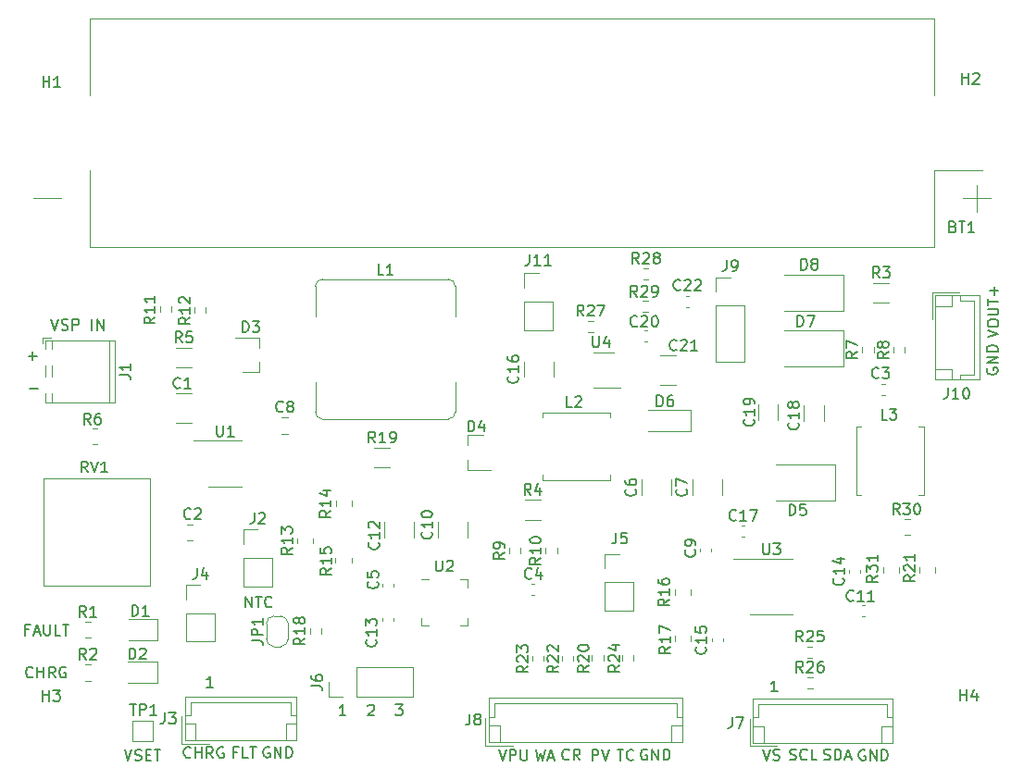
<source format=gbr>
%TF.GenerationSoftware,KiCad,Pcbnew,5.1.12-84ad8e8a86~92~ubuntu20.04.1*%
%TF.CreationDate,2022-07-31T12:46:28-07:00*%
%TF.ProjectId,MPPTSolarPwrModule,4d505054-536f-46c6-9172-5077724d6f64,rev?*%
%TF.SameCoordinates,Original*%
%TF.FileFunction,Legend,Top*%
%TF.FilePolarity,Positive*%
%FSLAX46Y46*%
G04 Gerber Fmt 4.6, Leading zero omitted, Abs format (unit mm)*
G04 Created by KiCad (PCBNEW 5.1.12-84ad8e8a86~92~ubuntu20.04.1) date 2022-07-31 12:46:28*
%MOMM*%
%LPD*%
G01*
G04 APERTURE LIST*
%ADD10C,0.150000*%
%ADD11C,0.120000*%
G04 APERTURE END LIST*
D10*
X114553295Y-105463000D02*
X114458057Y-105415380D01*
X114315200Y-105415380D01*
X114172342Y-105463000D01*
X114077104Y-105558238D01*
X114029485Y-105653476D01*
X113981866Y-105843952D01*
X113981866Y-105986809D01*
X114029485Y-106177285D01*
X114077104Y-106272523D01*
X114172342Y-106367761D01*
X114315200Y-106415380D01*
X114410438Y-106415380D01*
X114553295Y-106367761D01*
X114600914Y-106320142D01*
X114600914Y-105986809D01*
X114410438Y-105986809D01*
X115029485Y-106415380D02*
X115029485Y-105415380D01*
X115600914Y-106415380D01*
X115600914Y-105415380D01*
X116077104Y-106415380D02*
X116077104Y-105415380D01*
X116315200Y-105415380D01*
X116458057Y-105463000D01*
X116553295Y-105558238D01*
X116600914Y-105653476D01*
X116648533Y-105843952D01*
X116648533Y-105986809D01*
X116600914Y-106177285D01*
X116553295Y-106272523D01*
X116458057Y-106367761D01*
X116315200Y-106415380D01*
X116077104Y-106415380D01*
X149071895Y-105666200D02*
X148976657Y-105618580D01*
X148833800Y-105618580D01*
X148690942Y-105666200D01*
X148595704Y-105761438D01*
X148548085Y-105856676D01*
X148500466Y-106047152D01*
X148500466Y-106190009D01*
X148548085Y-106380485D01*
X148595704Y-106475723D01*
X148690942Y-106570961D01*
X148833800Y-106618580D01*
X148929038Y-106618580D01*
X149071895Y-106570961D01*
X149119514Y-106523342D01*
X149119514Y-106190009D01*
X148929038Y-106190009D01*
X149548085Y-106618580D02*
X149548085Y-105618580D01*
X150119514Y-106618580D01*
X150119514Y-105618580D01*
X150595704Y-106618580D02*
X150595704Y-105618580D01*
X150833800Y-105618580D01*
X150976657Y-105666200D01*
X151071895Y-105761438D01*
X151119514Y-105856676D01*
X151167133Y-106047152D01*
X151167133Y-106190009D01*
X151119514Y-106380485D01*
X151071895Y-106475723D01*
X150976657Y-106570961D01*
X150833800Y-106618580D01*
X150595704Y-106618580D01*
X135522657Y-105669380D02*
X135855990Y-106669380D01*
X136189323Y-105669380D01*
X136522657Y-106669380D02*
X136522657Y-105669380D01*
X136903609Y-105669380D01*
X136998847Y-105717000D01*
X137046466Y-105764619D01*
X137094085Y-105859857D01*
X137094085Y-106002714D01*
X137046466Y-106097952D01*
X136998847Y-106145571D01*
X136903609Y-106193190D01*
X136522657Y-106193190D01*
X137522657Y-105669380D02*
X137522657Y-106478904D01*
X137570276Y-106574142D01*
X137617895Y-106621761D01*
X137713133Y-106669380D01*
X137903609Y-106669380D01*
X137998847Y-106621761D01*
X138046466Y-106574142D01*
X138094085Y-106478904D01*
X138094085Y-105669380D01*
X169010895Y-105717000D02*
X168915657Y-105669380D01*
X168772800Y-105669380D01*
X168629942Y-105717000D01*
X168534704Y-105812238D01*
X168487085Y-105907476D01*
X168439466Y-106097952D01*
X168439466Y-106240809D01*
X168487085Y-106431285D01*
X168534704Y-106526523D01*
X168629942Y-106621761D01*
X168772800Y-106669380D01*
X168868038Y-106669380D01*
X169010895Y-106621761D01*
X169058514Y-106574142D01*
X169058514Y-106240809D01*
X168868038Y-106240809D01*
X169487085Y-106669380D02*
X169487085Y-105669380D01*
X170058514Y-106669380D01*
X170058514Y-105669380D01*
X170534704Y-106669380D02*
X170534704Y-105669380D01*
X170772800Y-105669380D01*
X170915657Y-105717000D01*
X171010895Y-105812238D01*
X171058514Y-105907476D01*
X171106133Y-106097952D01*
X171106133Y-106240809D01*
X171058514Y-106431285D01*
X171010895Y-106526523D01*
X170915657Y-106621761D01*
X170772800Y-106669380D01*
X170534704Y-106669380D01*
X165256514Y-106570961D02*
X165399371Y-106618580D01*
X165637466Y-106618580D01*
X165732704Y-106570961D01*
X165780323Y-106523342D01*
X165827942Y-106428104D01*
X165827942Y-106332866D01*
X165780323Y-106237628D01*
X165732704Y-106190009D01*
X165637466Y-106142390D01*
X165446990Y-106094771D01*
X165351752Y-106047152D01*
X165304133Y-105999533D01*
X165256514Y-105904295D01*
X165256514Y-105809057D01*
X165304133Y-105713819D01*
X165351752Y-105666200D01*
X165446990Y-105618580D01*
X165685085Y-105618580D01*
X165827942Y-105666200D01*
X166256514Y-106618580D02*
X166256514Y-105618580D01*
X166494609Y-105618580D01*
X166637466Y-105666200D01*
X166732704Y-105761438D01*
X166780323Y-105856676D01*
X166827942Y-106047152D01*
X166827942Y-106190009D01*
X166780323Y-106380485D01*
X166732704Y-106475723D01*
X166637466Y-106570961D01*
X166494609Y-106618580D01*
X166256514Y-106618580D01*
X167208895Y-106332866D02*
X167685085Y-106332866D01*
X167113657Y-106618580D02*
X167446990Y-105618580D01*
X167780323Y-106618580D01*
X162130723Y-106570961D02*
X162273580Y-106618580D01*
X162511676Y-106618580D01*
X162606914Y-106570961D01*
X162654533Y-106523342D01*
X162702152Y-106428104D01*
X162702152Y-106332866D01*
X162654533Y-106237628D01*
X162606914Y-106190009D01*
X162511676Y-106142390D01*
X162321200Y-106094771D01*
X162225961Y-106047152D01*
X162178342Y-105999533D01*
X162130723Y-105904295D01*
X162130723Y-105809057D01*
X162178342Y-105713819D01*
X162225961Y-105666200D01*
X162321200Y-105618580D01*
X162559295Y-105618580D01*
X162702152Y-105666200D01*
X163702152Y-106523342D02*
X163654533Y-106570961D01*
X163511676Y-106618580D01*
X163416438Y-106618580D01*
X163273580Y-106570961D01*
X163178342Y-106475723D01*
X163130723Y-106380485D01*
X163083104Y-106190009D01*
X163083104Y-106047152D01*
X163130723Y-105856676D01*
X163178342Y-105761438D01*
X163273580Y-105666200D01*
X163416438Y-105618580D01*
X163511676Y-105618580D01*
X163654533Y-105666200D01*
X163702152Y-105713819D01*
X164606914Y-106618580D02*
X164130723Y-106618580D01*
X164130723Y-105618580D01*
X159666876Y-105643980D02*
X160000209Y-106643980D01*
X160333542Y-105643980D01*
X160619257Y-106596361D02*
X160762114Y-106643980D01*
X161000209Y-106643980D01*
X161095447Y-106596361D01*
X161143066Y-106548742D01*
X161190685Y-106453504D01*
X161190685Y-106358266D01*
X161143066Y-106263028D01*
X161095447Y-106215409D01*
X161000209Y-106167790D01*
X160809733Y-106120171D01*
X160714495Y-106072552D01*
X160666876Y-106024933D01*
X160619257Y-105929695D01*
X160619257Y-105834457D01*
X160666876Y-105739219D01*
X160714495Y-105691600D01*
X160809733Y-105643980D01*
X161047828Y-105643980D01*
X161190685Y-105691600D01*
X101302542Y-105656680D02*
X101635876Y-106656680D01*
X101969209Y-105656680D01*
X102254923Y-106609061D02*
X102397780Y-106656680D01*
X102635876Y-106656680D01*
X102731114Y-106609061D01*
X102778733Y-106561442D01*
X102826352Y-106466204D01*
X102826352Y-106370966D01*
X102778733Y-106275728D01*
X102731114Y-106228109D01*
X102635876Y-106180490D01*
X102445400Y-106132871D01*
X102350161Y-106085252D01*
X102302542Y-106037633D01*
X102254923Y-105942395D01*
X102254923Y-105847157D01*
X102302542Y-105751919D01*
X102350161Y-105704300D01*
X102445400Y-105656680D01*
X102683495Y-105656680D01*
X102826352Y-105704300D01*
X103254923Y-106132871D02*
X103588257Y-106132871D01*
X103731114Y-106656680D02*
X103254923Y-106656680D01*
X103254923Y-105656680D01*
X103731114Y-105656680D01*
X104016828Y-105656680D02*
X104588257Y-105656680D01*
X104302542Y-106656680D02*
X104302542Y-105656680D01*
X111573542Y-105866171D02*
X111240209Y-105866171D01*
X111240209Y-106389980D02*
X111240209Y-105389980D01*
X111716400Y-105389980D01*
X112573542Y-106389980D02*
X112097352Y-106389980D01*
X112097352Y-105389980D01*
X112764019Y-105389980D02*
X113335447Y-105389980D01*
X113049733Y-106389980D02*
X113049733Y-105389980D01*
X107331814Y-106332842D02*
X107284195Y-106380461D01*
X107141338Y-106428080D01*
X107046100Y-106428080D01*
X106903242Y-106380461D01*
X106808004Y-106285223D01*
X106760385Y-106189985D01*
X106712766Y-105999509D01*
X106712766Y-105856652D01*
X106760385Y-105666176D01*
X106808004Y-105570938D01*
X106903242Y-105475700D01*
X107046100Y-105428080D01*
X107141338Y-105428080D01*
X107284195Y-105475700D01*
X107331814Y-105523319D01*
X107760385Y-106428080D02*
X107760385Y-105428080D01*
X107760385Y-105904271D02*
X108331814Y-105904271D01*
X108331814Y-106428080D02*
X108331814Y-105428080D01*
X109379433Y-106428080D02*
X109046100Y-105951890D01*
X108808004Y-106428080D02*
X108808004Y-105428080D01*
X109188957Y-105428080D01*
X109284195Y-105475700D01*
X109331814Y-105523319D01*
X109379433Y-105618557D01*
X109379433Y-105761414D01*
X109331814Y-105856652D01*
X109284195Y-105904271D01*
X109188957Y-105951890D01*
X108808004Y-105951890D01*
X110331814Y-105475700D02*
X110236576Y-105428080D01*
X110093719Y-105428080D01*
X109950861Y-105475700D01*
X109855623Y-105570938D01*
X109808004Y-105666176D01*
X109760385Y-105856652D01*
X109760385Y-105999509D01*
X109808004Y-106189985D01*
X109855623Y-106285223D01*
X109950861Y-106380461D01*
X110093719Y-106428080D01*
X110188957Y-106428080D01*
X110331814Y-106380461D01*
X110379433Y-106332842D01*
X110379433Y-105999509D01*
X110188957Y-105999509D01*
X146355685Y-105669380D02*
X146927114Y-105669380D01*
X146641400Y-106669380D02*
X146641400Y-105669380D01*
X147831876Y-106574142D02*
X147784257Y-106621761D01*
X147641400Y-106669380D01*
X147546161Y-106669380D01*
X147403304Y-106621761D01*
X147308066Y-106526523D01*
X147260447Y-106431285D01*
X147212828Y-106240809D01*
X147212828Y-106097952D01*
X147260447Y-105907476D01*
X147308066Y-105812238D01*
X147403304Y-105717000D01*
X147546161Y-105669380D01*
X147641400Y-105669380D01*
X147784257Y-105717000D01*
X147831876Y-105764619D01*
X144063323Y-106669380D02*
X144063323Y-105669380D01*
X144444276Y-105669380D01*
X144539514Y-105717000D01*
X144587133Y-105764619D01*
X144634752Y-105859857D01*
X144634752Y-106002714D01*
X144587133Y-106097952D01*
X144539514Y-106145571D01*
X144444276Y-106193190D01*
X144063323Y-106193190D01*
X144920466Y-105669380D02*
X145253800Y-106669380D01*
X145587133Y-105669380D01*
X141947123Y-106523342D02*
X141899504Y-106570961D01*
X141756647Y-106618580D01*
X141661409Y-106618580D01*
X141518552Y-106570961D01*
X141423314Y-106475723D01*
X141375695Y-106380485D01*
X141328076Y-106190009D01*
X141328076Y-106047152D01*
X141375695Y-105856676D01*
X141423314Y-105761438D01*
X141518552Y-105666200D01*
X141661409Y-105618580D01*
X141756647Y-105618580D01*
X141899504Y-105666200D01*
X141947123Y-105713819D01*
X142947123Y-106618580D02*
X142613790Y-106142390D01*
X142375695Y-106618580D02*
X142375695Y-105618580D01*
X142756647Y-105618580D01*
X142851885Y-105666200D01*
X142899504Y-105713819D01*
X142947123Y-105809057D01*
X142947123Y-105951914D01*
X142899504Y-106047152D01*
X142851885Y-106094771D01*
X142756647Y-106142390D01*
X142375695Y-106142390D01*
X138892857Y-105669380D02*
X139130952Y-106669380D01*
X139321428Y-105955095D01*
X139511904Y-106669380D01*
X139750000Y-105669380D01*
X140083333Y-106383666D02*
X140559523Y-106383666D01*
X139988095Y-106669380D02*
X140321428Y-105669380D01*
X140654761Y-106669380D01*
X92549061Y-94677471D02*
X92215728Y-94677471D01*
X92215728Y-95201280D02*
X92215728Y-94201280D01*
X92691919Y-94201280D01*
X93025252Y-94915566D02*
X93501442Y-94915566D01*
X92930014Y-95201280D02*
X93263347Y-94201280D01*
X93596680Y-95201280D01*
X93930014Y-94201280D02*
X93930014Y-95010804D01*
X93977633Y-95106042D01*
X94025252Y-95153661D01*
X94120490Y-95201280D01*
X94310966Y-95201280D01*
X94406204Y-95153661D01*
X94453823Y-95106042D01*
X94501442Y-95010804D01*
X94501442Y-94201280D01*
X95453823Y-95201280D02*
X94977633Y-95201280D01*
X94977633Y-94201280D01*
X95644300Y-94201280D02*
X96215728Y-94201280D01*
X95930014Y-95201280D02*
X95930014Y-94201280D01*
X92904614Y-98992242D02*
X92856995Y-99039861D01*
X92714138Y-99087480D01*
X92618900Y-99087480D01*
X92476042Y-99039861D01*
X92380804Y-98944623D01*
X92333185Y-98849385D01*
X92285566Y-98658909D01*
X92285566Y-98516052D01*
X92333185Y-98325576D01*
X92380804Y-98230338D01*
X92476042Y-98135100D01*
X92618900Y-98087480D01*
X92714138Y-98087480D01*
X92856995Y-98135100D01*
X92904614Y-98182719D01*
X93333185Y-99087480D02*
X93333185Y-98087480D01*
X93333185Y-98563671D02*
X93904614Y-98563671D01*
X93904614Y-99087480D02*
X93904614Y-98087480D01*
X94952233Y-99087480D02*
X94618900Y-98611290D01*
X94380804Y-99087480D02*
X94380804Y-98087480D01*
X94761757Y-98087480D01*
X94856995Y-98135100D01*
X94904614Y-98182719D01*
X94952233Y-98277957D01*
X94952233Y-98420814D01*
X94904614Y-98516052D01*
X94856995Y-98563671D01*
X94761757Y-98611290D01*
X94380804Y-98611290D01*
X95904614Y-98135100D02*
X95809376Y-98087480D01*
X95666519Y-98087480D01*
X95523661Y-98135100D01*
X95428423Y-98230338D01*
X95380804Y-98325576D01*
X95333185Y-98516052D01*
X95333185Y-98658909D01*
X95380804Y-98849385D01*
X95428423Y-98944623D01*
X95523661Y-99039861D01*
X95666519Y-99087480D01*
X95761757Y-99087480D01*
X95904614Y-99039861D01*
X95952233Y-98992242D01*
X95952233Y-98658909D01*
X95761757Y-98658909D01*
X112370533Y-92648580D02*
X112370533Y-91648580D01*
X112941961Y-92648580D01*
X112941961Y-91648580D01*
X113275295Y-91648580D02*
X113846723Y-91648580D01*
X113561009Y-92648580D02*
X113561009Y-91648580D01*
X114751485Y-92553342D02*
X114703866Y-92600961D01*
X114561009Y-92648580D01*
X114465771Y-92648580D01*
X114322914Y-92600961D01*
X114227676Y-92505723D01*
X114180057Y-92410485D01*
X114132438Y-92220009D01*
X114132438Y-92077152D01*
X114180057Y-91886676D01*
X114227676Y-91791438D01*
X114322914Y-91696200D01*
X114465771Y-91648580D01*
X114561009Y-91648580D01*
X114703866Y-91696200D01*
X114751485Y-91743819D01*
X126081666Y-101529180D02*
X126700714Y-101529180D01*
X126367380Y-101910133D01*
X126510238Y-101910133D01*
X126605476Y-101957752D01*
X126653095Y-102005371D01*
X126700714Y-102100609D01*
X126700714Y-102338704D01*
X126653095Y-102433942D01*
X126605476Y-102481561D01*
X126510238Y-102529180D01*
X126224523Y-102529180D01*
X126129285Y-102481561D01*
X126081666Y-102433942D01*
X123563885Y-101649819D02*
X123611504Y-101602200D01*
X123706742Y-101554580D01*
X123944838Y-101554580D01*
X124040076Y-101602200D01*
X124087695Y-101649819D01*
X124135314Y-101745057D01*
X124135314Y-101840295D01*
X124087695Y-101983152D01*
X123516266Y-102554580D01*
X124135314Y-102554580D01*
X121519114Y-102529180D02*
X120947685Y-102529180D01*
X121233400Y-102529180D02*
X121233400Y-101529180D01*
X121138161Y-101672038D01*
X121042923Y-101767276D01*
X120947685Y-101814895D01*
X109403314Y-99938380D02*
X108831885Y-99938380D01*
X109117600Y-99938380D02*
X109117600Y-98938380D01*
X109022361Y-99081238D01*
X108927123Y-99176476D01*
X108831885Y-99224095D01*
X160990714Y-100344780D02*
X160419285Y-100344780D01*
X160705000Y-100344780D02*
X160705000Y-99344780D01*
X160609761Y-99487638D01*
X160514523Y-99582876D01*
X160419285Y-99630495D01*
X94600219Y-66273980D02*
X94933552Y-67273980D01*
X95266885Y-66273980D01*
X95552600Y-67226361D02*
X95695457Y-67273980D01*
X95933552Y-67273980D01*
X96028790Y-67226361D01*
X96076409Y-67178742D01*
X96124028Y-67083504D01*
X96124028Y-66988266D01*
X96076409Y-66893028D01*
X96028790Y-66845409D01*
X95933552Y-66797790D01*
X95743076Y-66750171D01*
X95647838Y-66702552D01*
X95600219Y-66654933D01*
X95552600Y-66559695D01*
X95552600Y-66464457D01*
X95600219Y-66369219D01*
X95647838Y-66321600D01*
X95743076Y-66273980D01*
X95981171Y-66273980D01*
X96124028Y-66321600D01*
X96552600Y-67273980D02*
X96552600Y-66273980D01*
X96933552Y-66273980D01*
X97028790Y-66321600D01*
X97076409Y-66369219D01*
X97124028Y-66464457D01*
X97124028Y-66607314D01*
X97076409Y-66702552D01*
X97028790Y-66750171D01*
X96933552Y-66797790D01*
X96552600Y-66797790D01*
X98314504Y-67273980D02*
X98314504Y-66273980D01*
X98790695Y-67273980D02*
X98790695Y-66273980D01*
X99362123Y-67273980D01*
X99362123Y-66273980D01*
X180223380Y-67932552D02*
X181223380Y-67599219D01*
X180223380Y-67265885D01*
X180223380Y-66742076D02*
X180223380Y-66551600D01*
X180271000Y-66456361D01*
X180366238Y-66361123D01*
X180556714Y-66313504D01*
X180890047Y-66313504D01*
X181080523Y-66361123D01*
X181175761Y-66456361D01*
X181223380Y-66551600D01*
X181223380Y-66742076D01*
X181175761Y-66837314D01*
X181080523Y-66932552D01*
X180890047Y-66980171D01*
X180556714Y-66980171D01*
X180366238Y-66932552D01*
X180271000Y-66837314D01*
X180223380Y-66742076D01*
X180223380Y-65884933D02*
X181032904Y-65884933D01*
X181128142Y-65837314D01*
X181175761Y-65789695D01*
X181223380Y-65694457D01*
X181223380Y-65503980D01*
X181175761Y-65408742D01*
X181128142Y-65361123D01*
X181032904Y-65313504D01*
X180223380Y-65313504D01*
X180223380Y-64980171D02*
X180223380Y-64408742D01*
X181223380Y-64694457D02*
X180223380Y-64694457D01*
X180842428Y-64075409D02*
X180842428Y-63313504D01*
X181223380Y-63694457D02*
X180461476Y-63694457D01*
X180194800Y-70758504D02*
X180147180Y-70853742D01*
X180147180Y-70996600D01*
X180194800Y-71139457D01*
X180290038Y-71234695D01*
X180385276Y-71282314D01*
X180575752Y-71329933D01*
X180718609Y-71329933D01*
X180909085Y-71282314D01*
X181004323Y-71234695D01*
X181099561Y-71139457D01*
X181147180Y-70996600D01*
X181147180Y-70901361D01*
X181099561Y-70758504D01*
X181051942Y-70710885D01*
X180718609Y-70710885D01*
X180718609Y-70901361D01*
X181147180Y-70282314D02*
X180147180Y-70282314D01*
X181147180Y-69710885D01*
X180147180Y-69710885D01*
X181147180Y-69234695D02*
X180147180Y-69234695D01*
X180147180Y-68996600D01*
X180194800Y-68853742D01*
X180290038Y-68758504D01*
X180385276Y-68710885D01*
X180575752Y-68663266D01*
X180718609Y-68663266D01*
X180909085Y-68710885D01*
X181004323Y-68758504D01*
X181099561Y-68853742D01*
X181147180Y-68996600D01*
X181147180Y-69234695D01*
X92594947Y-72620728D02*
X93356852Y-72620728D01*
X92518747Y-69661628D02*
X93280652Y-69661628D01*
X92899700Y-70042580D02*
X92899700Y-69280676D01*
D11*
%TO.C,U2*%
X131949600Y-90107200D02*
X132649600Y-90107200D01*
X132649600Y-90107200D02*
X132649600Y-90807200D01*
X129129600Y-94327200D02*
X128429600Y-94327200D01*
X128429600Y-94327200D02*
X128429600Y-93627200D01*
X131949600Y-94327200D02*
X132649600Y-94327200D01*
X132649600Y-94327200D02*
X132649600Y-93627200D01*
X129129600Y-90107200D02*
X128429600Y-90107200D01*
%TO.C,L2*%
X145702600Y-80996000D02*
X145702600Y-80546000D01*
X145702600Y-74796000D02*
X145702600Y-75246000D01*
X139502600Y-74796000D02*
X139502600Y-75246000D01*
X139502600Y-74796000D02*
X145702600Y-74796000D01*
X139502600Y-80996000D02*
X139502600Y-80546000D01*
X145702600Y-80996000D02*
X139502600Y-80996000D01*
%TO.C,BT1*%
X175367400Y-52659400D02*
X179727400Y-52659400D01*
X175367400Y-38779400D02*
X175367400Y-45779400D01*
X98087400Y-38779400D02*
X175367400Y-38779400D01*
X98087400Y-45779400D02*
X98087400Y-38779400D01*
X175367400Y-59659400D02*
X175367400Y-52659400D01*
X98087400Y-59659400D02*
X175367400Y-59659400D01*
X98087400Y-52659400D02*
X98087400Y-59639400D01*
X92977400Y-55219400D02*
X95477400Y-55219400D01*
X180477400Y-55219400D02*
X177977400Y-55219400D01*
X179227400Y-53969400D02*
X179227400Y-56469400D01*
%TO.C,D1*%
X104337500Y-93750000D02*
X101652500Y-93750000D01*
X104337500Y-95670000D02*
X104337500Y-93750000D01*
X101652500Y-95670000D02*
X104337500Y-95670000D01*
%TO.C,D2*%
X101627500Y-99570000D02*
X104312500Y-99570000D01*
X104312500Y-99570000D02*
X104312500Y-97650000D01*
X104312500Y-97650000D02*
X101627500Y-97650000D01*
%TO.C,D3*%
X113586000Y-71094000D02*
X112126000Y-71094000D01*
X113586000Y-67934000D02*
X111426000Y-67934000D01*
X113586000Y-67934000D02*
X113586000Y-68864000D01*
X113586000Y-71094000D02*
X113586000Y-70164000D01*
%TO.C,D4*%
X132630000Y-76880000D02*
X132630000Y-77810000D01*
X132630000Y-80040000D02*
X132630000Y-79110000D01*
X132630000Y-80040000D02*
X134790000Y-80040000D01*
X132630000Y-76880000D02*
X134090000Y-76880000D01*
%TO.C,D5*%
X166240000Y-82910000D02*
X166240000Y-79610000D01*
X166240000Y-79610000D02*
X160840000Y-79610000D01*
X166240000Y-82910000D02*
X160840000Y-82910000D01*
%TO.C,D6*%
X153090000Y-76560000D02*
X153090000Y-74560000D01*
X153090000Y-74560000D02*
X149190000Y-74560000D01*
X153090000Y-76560000D02*
X149190000Y-76560000D01*
%TO.C,D7*%
X167040000Y-70560000D02*
X161640000Y-70560000D01*
X167040000Y-67260000D02*
X161640000Y-67260000D01*
X167040000Y-70560000D02*
X167040000Y-67260000D01*
%TO.C,D8*%
X167040000Y-65510000D02*
X167040000Y-62210000D01*
X167040000Y-62210000D02*
X161640000Y-62210000D01*
X167040000Y-65510000D02*
X161640000Y-65510000D01*
%TO.C,J2*%
X112160000Y-90740000D02*
X114820000Y-90740000D01*
X112160000Y-88140000D02*
X112160000Y-90740000D01*
X114820000Y-88140000D02*
X114820000Y-90740000D01*
X112160000Y-88140000D02*
X114820000Y-88140000D01*
X112160000Y-86870000D02*
X112160000Y-85540000D01*
X112160000Y-85540000D02*
X113490000Y-85540000D01*
%TO.C,J4*%
X106910000Y-95780000D02*
X109570000Y-95780000D01*
X106910000Y-93180000D02*
X106910000Y-95780000D01*
X109570000Y-93180000D02*
X109570000Y-95780000D01*
X106910000Y-93180000D02*
X109570000Y-93180000D01*
X106910000Y-91910000D02*
X106910000Y-90580000D01*
X106910000Y-90580000D02*
X108240000Y-90580000D01*
%TO.C,J5*%
X145189100Y-87767400D02*
X146519100Y-87767400D01*
X145189100Y-89097400D02*
X145189100Y-87767400D01*
X145189100Y-90367400D02*
X147849100Y-90367400D01*
X147849100Y-90367400D02*
X147849100Y-92967400D01*
X145189100Y-90367400D02*
X145189100Y-92967400D01*
X145189100Y-92967400D02*
X147849100Y-92967400D01*
%TO.C,J9*%
X155360000Y-70170000D02*
X158020000Y-70170000D01*
X155360000Y-65030000D02*
X155360000Y-70170000D01*
X158020000Y-65030000D02*
X158020000Y-70170000D01*
X155360000Y-65030000D02*
X158020000Y-65030000D01*
X155360000Y-63760000D02*
X155360000Y-62430000D01*
X155360000Y-62430000D02*
X156690000Y-62430000D01*
%TO.C,J10*%
X175130000Y-63800000D02*
X175130000Y-66300000D01*
X177630000Y-63800000D02*
X175130000Y-63800000D01*
X176930000Y-70820000D02*
X175430000Y-70820000D01*
X176930000Y-71820000D02*
X176930000Y-70820000D01*
X176930000Y-65100000D02*
X175430000Y-65100000D01*
X176930000Y-64100000D02*
X176930000Y-65100000D01*
X177740000Y-71320000D02*
X177740000Y-71820000D01*
X178950000Y-71320000D02*
X177740000Y-71320000D01*
X178950000Y-64600000D02*
X178950000Y-71320000D01*
X177740000Y-64600000D02*
X178950000Y-64600000D01*
X177740000Y-64100000D02*
X177740000Y-64600000D01*
X179450000Y-71820000D02*
X179450000Y-64100000D01*
X175430000Y-71820000D02*
X179450000Y-71820000D01*
X175430000Y-64100000D02*
X175430000Y-71820000D01*
X179450000Y-64100000D02*
X175430000Y-64100000D01*
%TO.C,L1*%
X119400000Y-62620000D02*
X130900000Y-62620000D01*
X118750000Y-63270000D02*
X118750000Y-66020000D01*
X130900000Y-75420000D02*
X119400000Y-75420000D01*
X131550000Y-63270000D02*
X131550000Y-66020000D01*
X118750000Y-72020000D02*
X118750000Y-74770000D01*
X131550000Y-72020000D02*
X131550000Y-74770000D01*
X118750000Y-63270000D02*
G75*
G02*
X119400000Y-62620000I650000J0D01*
G01*
X119400000Y-75420000D02*
G75*
G02*
X118750000Y-74770000I0J650000D01*
G01*
X131550000Y-74770000D02*
G75*
G02*
X130900000Y-75420000I-650000J0D01*
G01*
X130900000Y-62620000D02*
G75*
G02*
X131550000Y-63270000I0J-650000D01*
G01*
%TO.C,L3*%
X174390000Y-76135000D02*
X174390000Y-82335000D01*
X174390000Y-82335000D02*
X173940000Y-82335000D01*
X168190000Y-82335000D02*
X168190000Y-76135000D01*
X168190000Y-82335000D02*
X168640000Y-82335000D01*
X168190000Y-76135000D02*
X168640000Y-76135000D01*
X174390000Y-76135000D02*
X173940000Y-76135000D01*
%TO.C,R19*%
X124137936Y-78027400D02*
X125592064Y-78027400D01*
X124137936Y-79847400D02*
X125592064Y-79847400D01*
%TO.C,U1*%
X110480000Y-81600000D02*
X111980000Y-81600000D01*
X110480000Y-81600000D02*
X108980000Y-81600000D01*
X110480000Y-77380000D02*
X111980000Y-77380000D01*
X110480000Y-77380000D02*
X107605000Y-77380000D01*
%TO.C,U3*%
X160440000Y-93320000D02*
X162390000Y-93320000D01*
X160440000Y-93320000D02*
X158490000Y-93320000D01*
X160440000Y-88200000D02*
X162390000Y-88200000D01*
X160440000Y-88200000D02*
X156990000Y-88200000D01*
%TO.C,U4*%
X146017200Y-69290800D02*
X144217200Y-69290800D01*
X144217200Y-72510800D02*
X146667200Y-72510800D01*
%TO.C,JP1*%
X114264400Y-95537800D02*
X114264400Y-94137800D01*
X114964400Y-93437800D02*
X115564400Y-93437800D01*
X116264400Y-94137800D02*
X116264400Y-95537800D01*
X115564400Y-96237800D02*
X114964400Y-96237800D01*
X114264400Y-94137800D02*
G75*
G02*
X114964400Y-93437800I700000J0D01*
G01*
X115564400Y-93437800D02*
G75*
G02*
X116264400Y-94137800I0J-700000D01*
G01*
X116264400Y-95537800D02*
G75*
G02*
X115564400Y-96237800I-700000J0D01*
G01*
X114964400Y-96237800D02*
G75*
G02*
X114264400Y-95537800I0J700000D01*
G01*
%TO.C,J1*%
X93840000Y-67960000D02*
X93840000Y-68460000D01*
X94580000Y-67960000D02*
X93840000Y-67960000D01*
X100400000Y-73860000D02*
X94080000Y-73860000D01*
X100400000Y-68200000D02*
X94080000Y-68200000D01*
X94080000Y-73090000D02*
X94080000Y-73860000D01*
X94080000Y-70550000D02*
X94080000Y-71510000D01*
X94080000Y-68200000D02*
X94080000Y-68970000D01*
X100400000Y-68200000D02*
X100400000Y-73860000D01*
X99940000Y-68200000D02*
X99940000Y-73860000D01*
X94640000Y-73090000D02*
X94640000Y-73860000D01*
X94640000Y-70550000D02*
X94640000Y-71510000D01*
X94640000Y-68200000D02*
X94640000Y-68970000D01*
%TO.C,RV1*%
X103640000Y-90625000D02*
X93870000Y-90625000D01*
X103640000Y-80855000D02*
X93870000Y-80855000D01*
X93870000Y-80855000D02*
X93870000Y-90625000D01*
X103640000Y-80855000D02*
X103640000Y-90625000D01*
%TO.C,J6*%
X119928800Y-100816000D02*
X119928800Y-99486000D01*
X121258800Y-100816000D02*
X119928800Y-100816000D01*
X122528800Y-100816000D02*
X122528800Y-98156000D01*
X122528800Y-98156000D02*
X127668800Y-98156000D01*
X122528800Y-100816000D02*
X127668800Y-100816000D01*
X127668800Y-100816000D02*
X127668800Y-98156000D01*
%TO.C,TP1*%
X102020800Y-104931800D02*
X102020800Y-103031800D01*
X103920800Y-104931800D02*
X102020800Y-104931800D01*
X103920800Y-103031800D02*
X103920800Y-104931800D01*
X102020800Y-103031800D02*
X103920800Y-103031800D01*
%TO.C,C1*%
X107426252Y-75745000D02*
X106003748Y-75745000D01*
X107426252Y-73025000D02*
X106003748Y-73025000D01*
%TO.C,C2*%
X107551252Y-85075000D02*
X107028748Y-85075000D01*
X107551252Y-86545000D02*
X107028748Y-86545000D01*
%TO.C,C8*%
X115691248Y-75275000D02*
X116213752Y-75275000D01*
X115691248Y-76745000D02*
X116213752Y-76745000D01*
%TO.C,R6*%
X98817064Y-76275000D02*
X98362936Y-76275000D01*
X98817064Y-77745000D02*
X98362936Y-77745000D01*
%TO.C,R13*%
X118564800Y-86760964D02*
X118564800Y-86306836D01*
X117094800Y-86760964D02*
X117094800Y-86306836D01*
%TO.C,R14*%
X122075000Y-82912936D02*
X122075000Y-83367064D01*
X120605000Y-82912936D02*
X120605000Y-83367064D01*
%TO.C,R15*%
X122070000Y-88131836D02*
X122070000Y-88585964D01*
X120600000Y-88131836D02*
X120600000Y-88585964D01*
%TO.C,C3*%
X170818080Y-73220000D02*
X170536920Y-73220000D01*
X170818080Y-72200000D02*
X170536920Y-72200000D01*
%TO.C,C4*%
X138793880Y-90501400D02*
X138512720Y-90501400D01*
X138793880Y-91521400D02*
X138512720Y-91521400D01*
%TO.C,C5*%
X124889000Y-90493820D02*
X124889000Y-90774980D01*
X125909000Y-90493820D02*
X125909000Y-90774980D01*
%TO.C,C6*%
X148580000Y-82383752D02*
X148580000Y-80961248D01*
X151300000Y-82383752D02*
X151300000Y-80961248D01*
%TO.C,C7*%
X153230000Y-82383752D02*
X153230000Y-80961248D01*
X155950000Y-82383752D02*
X155950000Y-80961248D01*
%TO.C,C9*%
X154956440Y-87252780D02*
X154956440Y-87533940D01*
X153936440Y-87252780D02*
X153936440Y-87533940D01*
%TO.C,C10*%
X129930000Y-84861248D02*
X129930000Y-86283752D01*
X132650000Y-84861248D02*
X132650000Y-86283752D01*
%TO.C,C11*%
X168980900Y-93488520D02*
X168699740Y-93488520D01*
X168980900Y-92468520D02*
X168699740Y-92468520D01*
%TO.C,C12*%
X125070000Y-84861248D02*
X125070000Y-86283752D01*
X127790000Y-84861248D02*
X127790000Y-86283752D01*
%TO.C,C13*%
X124863600Y-93643420D02*
X124863600Y-93924580D01*
X125883600Y-93643420D02*
X125883600Y-93924580D01*
%TO.C,C14*%
X168575920Y-89484060D02*
X168575920Y-89202900D01*
X167555920Y-89484060D02*
X167555920Y-89202900D01*
%TO.C,C15*%
X156002920Y-95783260D02*
X156002920Y-95502100D01*
X154982920Y-95783260D02*
X154982920Y-95502100D01*
%TO.C,C16*%
X140525800Y-71571452D02*
X140525800Y-70148948D01*
X137805800Y-71571452D02*
X137805800Y-70148948D01*
%TO.C,C17*%
X157993460Y-86147920D02*
X157712300Y-86147920D01*
X157993460Y-85127920D02*
X157712300Y-85127920D01*
%TO.C,C18*%
X165250000Y-74136248D02*
X165250000Y-75558752D01*
X163430000Y-74136248D02*
X163430000Y-75558752D01*
%TO.C,C19*%
X159230000Y-74098748D02*
X159230000Y-75521252D01*
X161050000Y-74098748D02*
X161050000Y-75521252D01*
%TO.C,C20*%
X149128780Y-68347600D02*
X148847620Y-68347600D01*
X149128780Y-67327600D02*
X148847620Y-67327600D01*
%TO.C,C21*%
X151713752Y-72270000D02*
X150291248Y-72270000D01*
X151713752Y-69550000D02*
X150291248Y-69550000D01*
%TO.C,C22*%
X152626620Y-64127200D02*
X152907780Y-64127200D01*
X152626620Y-65147200D02*
X152907780Y-65147200D01*
%TO.C,R1*%
X97712936Y-93975000D02*
X98167064Y-93975000D01*
X97712936Y-95445000D02*
X98167064Y-95445000D01*
%TO.C,R2*%
X97712936Y-97875000D02*
X98167064Y-97875000D01*
X97712936Y-99345000D02*
X98167064Y-99345000D01*
%TO.C,R3*%
X169762936Y-64770000D02*
X171217064Y-64770000D01*
X169762936Y-62950000D02*
X171217064Y-62950000D01*
%TO.C,R4*%
X137894636Y-82802600D02*
X139348764Y-82802600D01*
X137894636Y-84622600D02*
X139348764Y-84622600D01*
%TO.C,R5*%
X105987936Y-68875000D02*
X107442064Y-68875000D01*
X105987936Y-70695000D02*
X107442064Y-70695000D01*
%TO.C,R7*%
X169812500Y-69334758D02*
X169812500Y-68860242D01*
X168767500Y-69334758D02*
X168767500Y-68860242D01*
%TO.C,R8*%
X171617500Y-69334758D02*
X171617500Y-68860242D01*
X172662500Y-69334758D02*
X172662500Y-68860242D01*
%TO.C,R9*%
X137513300Y-87711158D02*
X137513300Y-87236642D01*
X136468300Y-87711158D02*
X136468300Y-87236642D01*
%TO.C,R10*%
X139818300Y-87711158D02*
X139818300Y-87236642D01*
X140863300Y-87711158D02*
X140863300Y-87236642D01*
%TO.C,R11*%
X104567500Y-65135242D02*
X104567500Y-65609758D01*
X105612500Y-65135242D02*
X105612500Y-65609758D01*
%TO.C,R12*%
X108712500Y-65172742D02*
X108712500Y-65647258D01*
X107667500Y-65172742D02*
X107667500Y-65647258D01*
%TO.C,R16*%
X153063080Y-91015996D02*
X153063080Y-91470124D01*
X151593080Y-91015996D02*
X151593080Y-91470124D01*
%TO.C,R17*%
X151598160Y-95278116D02*
X151598160Y-95732244D01*
X153068160Y-95278116D02*
X153068160Y-95732244D01*
%TO.C,R18*%
X118247100Y-95049658D02*
X118247100Y-94575142D01*
X119292100Y-95049658D02*
X119292100Y-94575142D01*
%TO.C,R20*%
X144039952Y-97048755D02*
X144039952Y-97523271D01*
X145084952Y-97048755D02*
X145084952Y-97523271D01*
%TO.C,R21*%
X173995880Y-88999236D02*
X173995880Y-89453364D01*
X175465880Y-88999236D02*
X175465880Y-89453364D01*
%TO.C,R22*%
X142353606Y-97065688D02*
X142353606Y-97540204D01*
X141308606Y-97065688D02*
X141308606Y-97540204D01*
%TO.C,R23*%
X138577260Y-97082621D02*
X138577260Y-97557137D01*
X139622260Y-97082621D02*
X139622260Y-97557137D01*
%TO.C,R24*%
X147816300Y-97031822D02*
X147816300Y-97506338D01*
X146771300Y-97031822D02*
X146771300Y-97506338D01*
%TO.C,R25*%
X163727062Y-97285620D02*
X164201578Y-97285620D01*
X163727062Y-96240620D02*
X164201578Y-96240620D01*
%TO.C,R26*%
X163737482Y-100082160D02*
X164211998Y-100082160D01*
X163737482Y-99037160D02*
X164211998Y-99037160D01*
%TO.C,R27*%
X143678342Y-66426100D02*
X144152858Y-66426100D01*
X143678342Y-67471100D02*
X144152858Y-67471100D01*
%TO.C,R28*%
X148741542Y-62683200D02*
X149216058Y-62683200D01*
X148741542Y-61638200D02*
X149216058Y-61638200D01*
%TO.C,R29*%
X149156658Y-65629600D02*
X148682142Y-65629600D01*
X149156658Y-64584600D02*
X148682142Y-64584600D01*
%TO.C,R30*%
X173120884Y-84547320D02*
X172666756Y-84547320D01*
X173120884Y-86017320D02*
X172666756Y-86017320D01*
%TO.C,R31*%
X172153720Y-88987176D02*
X172153720Y-89441304D01*
X170683720Y-88987176D02*
X170683720Y-89441304D01*
%TO.C,J11*%
X137835800Y-67288000D02*
X140495800Y-67288000D01*
X137835800Y-64688000D02*
X137835800Y-67288000D01*
X140495800Y-64688000D02*
X140495800Y-67288000D01*
X137835800Y-64688000D02*
X140495800Y-64688000D01*
X137835800Y-63418000D02*
X137835800Y-62088000D01*
X137835800Y-62088000D02*
X139165800Y-62088000D01*
%TO.C,J7*%
X158480800Y-105321800D02*
X160980800Y-105321800D01*
X158480800Y-102821800D02*
X158480800Y-105321800D01*
X170500800Y-103521800D02*
X170500800Y-105021800D01*
X171500800Y-103521800D02*
X170500800Y-103521800D01*
X159780800Y-103521800D02*
X159780800Y-105021800D01*
X158780800Y-103521800D02*
X159780800Y-103521800D01*
X171000800Y-102711800D02*
X171500800Y-102711800D01*
X171000800Y-101501800D02*
X171000800Y-102711800D01*
X159280800Y-101501800D02*
X171000800Y-101501800D01*
X159280800Y-102711800D02*
X159280800Y-101501800D01*
X158780800Y-102711800D02*
X159280800Y-102711800D01*
X171500800Y-101001800D02*
X158780800Y-101001800D01*
X171500800Y-105021800D02*
X171500800Y-101001800D01*
X158780800Y-105021800D02*
X171500800Y-105021800D01*
X158780800Y-101001800D02*
X158780800Y-105021800D01*
%TO.C,J8*%
X134600000Y-100951000D02*
X134600000Y-104971000D01*
X134600000Y-104971000D02*
X152320000Y-104971000D01*
X152320000Y-104971000D02*
X152320000Y-100951000D01*
X152320000Y-100951000D02*
X134600000Y-100951000D01*
X134600000Y-102661000D02*
X135100000Y-102661000D01*
X135100000Y-102661000D02*
X135100000Y-101451000D01*
X135100000Y-101451000D02*
X151820000Y-101451000D01*
X151820000Y-101451000D02*
X151820000Y-102661000D01*
X151820000Y-102661000D02*
X152320000Y-102661000D01*
X134600000Y-103471000D02*
X135600000Y-103471000D01*
X135600000Y-103471000D02*
X135600000Y-104971000D01*
X152320000Y-103471000D02*
X151320000Y-103471000D01*
X151320000Y-103471000D02*
X151320000Y-104971000D01*
X134300000Y-102771000D02*
X134300000Y-105271000D01*
X134300000Y-105271000D02*
X136800000Y-105271000D01*
%TO.C,J3*%
X106512400Y-105118600D02*
X109012400Y-105118600D01*
X106512400Y-102618600D02*
X106512400Y-105118600D01*
X116032400Y-103318600D02*
X116032400Y-104818600D01*
X117032400Y-103318600D02*
X116032400Y-103318600D01*
X107812400Y-103318600D02*
X107812400Y-104818600D01*
X106812400Y-103318600D02*
X107812400Y-103318600D01*
X116532400Y-102508600D02*
X117032400Y-102508600D01*
X116532400Y-101298600D02*
X116532400Y-102508600D01*
X107312400Y-101298600D02*
X116532400Y-101298600D01*
X107312400Y-102508600D02*
X107312400Y-101298600D01*
X106812400Y-102508600D02*
X107312400Y-102508600D01*
X117032400Y-100798600D02*
X106812400Y-100798600D01*
X117032400Y-104818600D02*
X117032400Y-100798600D01*
X106812400Y-104818600D02*
X117032400Y-104818600D01*
X106812400Y-100798600D02*
X106812400Y-104818600D01*
%TO.C,U2*%
D10*
X129777695Y-88349580D02*
X129777695Y-89159104D01*
X129825314Y-89254342D01*
X129872933Y-89301961D01*
X129968171Y-89349580D01*
X130158647Y-89349580D01*
X130253885Y-89301961D01*
X130301504Y-89254342D01*
X130349123Y-89159104D01*
X130349123Y-88349580D01*
X130777695Y-88444819D02*
X130825314Y-88397200D01*
X130920552Y-88349580D01*
X131158647Y-88349580D01*
X131253885Y-88397200D01*
X131301504Y-88444819D01*
X131349123Y-88540057D01*
X131349123Y-88635295D01*
X131301504Y-88778152D01*
X130730076Y-89349580D01*
X131349123Y-89349580D01*
%TO.C,L2*%
X142212233Y-74335180D02*
X141736042Y-74335180D01*
X141736042Y-73335180D01*
X142497947Y-73430419D02*
X142545566Y-73382800D01*
X142640804Y-73335180D01*
X142878900Y-73335180D01*
X142974138Y-73382800D01*
X143021757Y-73430419D01*
X143069376Y-73525657D01*
X143069376Y-73620895D01*
X143021757Y-73763752D01*
X142450328Y-74335180D01*
X143069376Y-74335180D01*
%TO.C,BT1*%
X177064285Y-57809371D02*
X177207142Y-57856990D01*
X177254761Y-57904609D01*
X177302380Y-57999847D01*
X177302380Y-58142704D01*
X177254761Y-58237942D01*
X177207142Y-58285561D01*
X177111904Y-58333180D01*
X176730952Y-58333180D01*
X176730952Y-57333180D01*
X177064285Y-57333180D01*
X177159523Y-57380800D01*
X177207142Y-57428419D01*
X177254761Y-57523657D01*
X177254761Y-57618895D01*
X177207142Y-57714133D01*
X177159523Y-57761752D01*
X177064285Y-57809371D01*
X176730952Y-57809371D01*
X177588095Y-57333180D02*
X178159523Y-57333180D01*
X177873809Y-58333180D02*
X177873809Y-57333180D01*
X179016666Y-58333180D02*
X178445238Y-58333180D01*
X178730952Y-58333180D02*
X178730952Y-57333180D01*
X178635714Y-57476038D01*
X178540476Y-57571276D01*
X178445238Y-57618895D01*
%TO.C,D1*%
X101978704Y-93435980D02*
X101978704Y-92435980D01*
X102216800Y-92435980D01*
X102359657Y-92483600D01*
X102454895Y-92578838D01*
X102502514Y-92674076D01*
X102550133Y-92864552D01*
X102550133Y-93007409D01*
X102502514Y-93197885D01*
X102454895Y-93293123D01*
X102359657Y-93388361D01*
X102216800Y-93435980D01*
X101978704Y-93435980D01*
X103502514Y-93435980D02*
X102931085Y-93435980D01*
X103216800Y-93435980D02*
X103216800Y-92435980D01*
X103121561Y-92578838D01*
X103026323Y-92674076D01*
X102931085Y-92721695D01*
%TO.C,D2*%
X101737404Y-97385680D02*
X101737404Y-96385680D01*
X101975500Y-96385680D01*
X102118357Y-96433300D01*
X102213595Y-96528538D01*
X102261214Y-96623776D01*
X102308833Y-96814252D01*
X102308833Y-96957109D01*
X102261214Y-97147585D01*
X102213595Y-97242823D01*
X102118357Y-97338061D01*
X101975500Y-97385680D01*
X101737404Y-97385680D01*
X102689785Y-96480919D02*
X102737404Y-96433300D01*
X102832642Y-96385680D01*
X103070738Y-96385680D01*
X103165976Y-96433300D01*
X103213595Y-96480919D01*
X103261214Y-96576157D01*
X103261214Y-96671395D01*
X103213595Y-96814252D01*
X102642166Y-97385680D01*
X103261214Y-97385680D01*
%TO.C,D3*%
X112087904Y-67466380D02*
X112087904Y-66466380D01*
X112326000Y-66466380D01*
X112468857Y-66514000D01*
X112564095Y-66609238D01*
X112611714Y-66704476D01*
X112659333Y-66894952D01*
X112659333Y-67037809D01*
X112611714Y-67228285D01*
X112564095Y-67323523D01*
X112468857Y-67418761D01*
X112326000Y-67466380D01*
X112087904Y-67466380D01*
X112992666Y-66466380D02*
X113611714Y-66466380D01*
X113278380Y-66847333D01*
X113421238Y-66847333D01*
X113516476Y-66894952D01*
X113564095Y-66942571D01*
X113611714Y-67037809D01*
X113611714Y-67275904D01*
X113564095Y-67371142D01*
X113516476Y-67418761D01*
X113421238Y-67466380D01*
X113135523Y-67466380D01*
X113040285Y-67418761D01*
X112992666Y-67371142D01*
%TO.C,D4*%
X132725404Y-76557680D02*
X132725404Y-75557680D01*
X132963500Y-75557680D01*
X133106357Y-75605300D01*
X133201595Y-75700538D01*
X133249214Y-75795776D01*
X133296833Y-75986252D01*
X133296833Y-76129109D01*
X133249214Y-76319585D01*
X133201595Y-76414823D01*
X133106357Y-76510061D01*
X132963500Y-76557680D01*
X132725404Y-76557680D01*
X134153976Y-75891014D02*
X134153976Y-76557680D01*
X133915880Y-75510061D02*
X133677785Y-76224347D01*
X134296833Y-76224347D01*
%TO.C,D5*%
X162101904Y-84212380D02*
X162101904Y-83212380D01*
X162340000Y-83212380D01*
X162482857Y-83260000D01*
X162578095Y-83355238D01*
X162625714Y-83450476D01*
X162673333Y-83640952D01*
X162673333Y-83783809D01*
X162625714Y-83974285D01*
X162578095Y-84069523D01*
X162482857Y-84164761D01*
X162340000Y-84212380D01*
X162101904Y-84212380D01*
X163578095Y-83212380D02*
X163101904Y-83212380D01*
X163054285Y-83688571D01*
X163101904Y-83640952D01*
X163197142Y-83593333D01*
X163435238Y-83593333D01*
X163530476Y-83640952D01*
X163578095Y-83688571D01*
X163625714Y-83783809D01*
X163625714Y-84021904D01*
X163578095Y-84117142D01*
X163530476Y-84164761D01*
X163435238Y-84212380D01*
X163197142Y-84212380D01*
X163101904Y-84164761D01*
X163054285Y-84117142D01*
%TO.C,D6*%
X149972004Y-74258980D02*
X149972004Y-73258980D01*
X150210100Y-73258980D01*
X150352957Y-73306600D01*
X150448195Y-73401838D01*
X150495814Y-73497076D01*
X150543433Y-73687552D01*
X150543433Y-73830409D01*
X150495814Y-74020885D01*
X150448195Y-74116123D01*
X150352957Y-74211361D01*
X150210100Y-74258980D01*
X149972004Y-74258980D01*
X151400576Y-73258980D02*
X151210100Y-73258980D01*
X151114861Y-73306600D01*
X151067242Y-73354219D01*
X150972004Y-73497076D01*
X150924385Y-73687552D01*
X150924385Y-74068504D01*
X150972004Y-74163742D01*
X151019623Y-74211361D01*
X151114861Y-74258980D01*
X151305338Y-74258980D01*
X151400576Y-74211361D01*
X151448195Y-74163742D01*
X151495814Y-74068504D01*
X151495814Y-73830409D01*
X151448195Y-73735171D01*
X151400576Y-73687552D01*
X151305338Y-73639933D01*
X151114861Y-73639933D01*
X151019623Y-73687552D01*
X150972004Y-73735171D01*
X150924385Y-73830409D01*
%TO.C,D7*%
X162811704Y-66956480D02*
X162811704Y-65956480D01*
X163049800Y-65956480D01*
X163192657Y-66004100D01*
X163287895Y-66099338D01*
X163335514Y-66194576D01*
X163383133Y-66385052D01*
X163383133Y-66527909D01*
X163335514Y-66718385D01*
X163287895Y-66813623D01*
X163192657Y-66908861D01*
X163049800Y-66956480D01*
X162811704Y-66956480D01*
X163716466Y-65956480D02*
X164383133Y-65956480D01*
X163954561Y-66956480D01*
%TO.C,D8*%
X163154604Y-61762180D02*
X163154604Y-60762180D01*
X163392700Y-60762180D01*
X163535557Y-60809800D01*
X163630795Y-60905038D01*
X163678414Y-61000276D01*
X163726033Y-61190752D01*
X163726033Y-61333609D01*
X163678414Y-61524085D01*
X163630795Y-61619323D01*
X163535557Y-61714561D01*
X163392700Y-61762180D01*
X163154604Y-61762180D01*
X164297461Y-61190752D02*
X164202223Y-61143133D01*
X164154604Y-61095514D01*
X164106985Y-61000276D01*
X164106985Y-60952657D01*
X164154604Y-60857419D01*
X164202223Y-60809800D01*
X164297461Y-60762180D01*
X164487938Y-60762180D01*
X164583176Y-60809800D01*
X164630795Y-60857419D01*
X164678414Y-60952657D01*
X164678414Y-61000276D01*
X164630795Y-61095514D01*
X164583176Y-61143133D01*
X164487938Y-61190752D01*
X164297461Y-61190752D01*
X164202223Y-61238371D01*
X164154604Y-61285990D01*
X164106985Y-61381228D01*
X164106985Y-61571704D01*
X164154604Y-61666942D01*
X164202223Y-61714561D01*
X164297461Y-61762180D01*
X164487938Y-61762180D01*
X164583176Y-61714561D01*
X164630795Y-61666942D01*
X164678414Y-61571704D01*
X164678414Y-61381228D01*
X164630795Y-61285990D01*
X164583176Y-61238371D01*
X164487938Y-61190752D01*
%TO.C,H1*%
X93852295Y-45048980D02*
X93852295Y-44048980D01*
X93852295Y-44525171D02*
X94423723Y-44525171D01*
X94423723Y-45048980D02*
X94423723Y-44048980D01*
X95423723Y-45048980D02*
X94852295Y-45048980D01*
X95138009Y-45048980D02*
X95138009Y-44048980D01*
X95042771Y-44191838D01*
X94947533Y-44287076D01*
X94852295Y-44334695D01*
%TO.C,H2*%
X177900895Y-44744180D02*
X177900895Y-43744180D01*
X177900895Y-44220371D02*
X178472323Y-44220371D01*
X178472323Y-44744180D02*
X178472323Y-43744180D01*
X178900895Y-43839419D02*
X178948514Y-43791800D01*
X179043752Y-43744180D01*
X179281847Y-43744180D01*
X179377085Y-43791800D01*
X179424704Y-43839419D01*
X179472323Y-43934657D01*
X179472323Y-44029895D01*
X179424704Y-44172752D01*
X178853276Y-44744180D01*
X179472323Y-44744180D01*
%TO.C,H3*%
X93826895Y-101218660D02*
X93826895Y-100218660D01*
X93826895Y-100694851D02*
X94398323Y-100694851D01*
X94398323Y-101218660D02*
X94398323Y-100218660D01*
X94779276Y-100218660D02*
X95398323Y-100218660D01*
X95064990Y-100599613D01*
X95207847Y-100599613D01*
X95303085Y-100647232D01*
X95350704Y-100694851D01*
X95398323Y-100790089D01*
X95398323Y-101028184D01*
X95350704Y-101123422D01*
X95303085Y-101171041D01*
X95207847Y-101218660D01*
X94922133Y-101218660D01*
X94826895Y-101171041D01*
X94779276Y-101123422D01*
%TO.C,J2*%
X113156666Y-83992380D02*
X113156666Y-84706666D01*
X113109047Y-84849523D01*
X113013809Y-84944761D01*
X112870952Y-84992380D01*
X112775714Y-84992380D01*
X113585238Y-84087619D02*
X113632857Y-84040000D01*
X113728095Y-83992380D01*
X113966190Y-83992380D01*
X114061428Y-84040000D01*
X114109047Y-84087619D01*
X114156666Y-84182857D01*
X114156666Y-84278095D01*
X114109047Y-84420952D01*
X113537619Y-84992380D01*
X114156666Y-84992380D01*
%TO.C,J4*%
X107906666Y-89032380D02*
X107906666Y-89746666D01*
X107859047Y-89889523D01*
X107763809Y-89984761D01*
X107620952Y-90032380D01*
X107525714Y-90032380D01*
X108811428Y-89365714D02*
X108811428Y-90032380D01*
X108573333Y-88984761D02*
X108335238Y-89699047D01*
X108954285Y-89699047D01*
%TO.C,J5*%
X146251806Y-85804040D02*
X146251806Y-86518326D01*
X146204187Y-86661183D01*
X146108949Y-86756421D01*
X145966092Y-86804040D01*
X145870854Y-86804040D01*
X147204187Y-85804040D02*
X146727997Y-85804040D01*
X146680378Y-86280231D01*
X146727997Y-86232612D01*
X146823235Y-86184993D01*
X147061330Y-86184993D01*
X147156568Y-86232612D01*
X147204187Y-86280231D01*
X147251806Y-86375469D01*
X147251806Y-86613564D01*
X147204187Y-86708802D01*
X147156568Y-86756421D01*
X147061330Y-86804040D01*
X146823235Y-86804040D01*
X146727997Y-86756421D01*
X146680378Y-86708802D01*
%TO.C,J9*%
X156356666Y-60882380D02*
X156356666Y-61596666D01*
X156309047Y-61739523D01*
X156213809Y-61834761D01*
X156070952Y-61882380D01*
X155975714Y-61882380D01*
X156880476Y-61882380D02*
X157070952Y-61882380D01*
X157166190Y-61834761D01*
X157213809Y-61787142D01*
X157309047Y-61644285D01*
X157356666Y-61453809D01*
X157356666Y-61072857D01*
X157309047Y-60977619D01*
X157261428Y-60930000D01*
X157166190Y-60882380D01*
X156975714Y-60882380D01*
X156880476Y-60930000D01*
X156832857Y-60977619D01*
X156785238Y-61072857D01*
X156785238Y-61310952D01*
X156832857Y-61406190D01*
X156880476Y-61453809D01*
X156975714Y-61501428D01*
X157166190Y-61501428D01*
X157261428Y-61453809D01*
X157309047Y-61406190D01*
X157356666Y-61310952D01*
%TO.C,J10*%
X176583276Y-72547780D02*
X176583276Y-73262066D01*
X176535657Y-73404923D01*
X176440419Y-73500161D01*
X176297561Y-73547780D01*
X176202323Y-73547780D01*
X177583276Y-73547780D02*
X177011847Y-73547780D01*
X177297561Y-73547780D02*
X177297561Y-72547780D01*
X177202323Y-72690638D01*
X177107085Y-72785876D01*
X177011847Y-72833495D01*
X178202323Y-72547780D02*
X178297561Y-72547780D01*
X178392800Y-72595400D01*
X178440419Y-72643019D01*
X178488038Y-72738257D01*
X178535657Y-72928733D01*
X178535657Y-73166828D01*
X178488038Y-73357304D01*
X178440419Y-73452542D01*
X178392800Y-73500161D01*
X178297561Y-73547780D01*
X178202323Y-73547780D01*
X178107085Y-73500161D01*
X178059466Y-73452542D01*
X178011847Y-73357304D01*
X177964228Y-73166828D01*
X177964228Y-72928733D01*
X178011847Y-72738257D01*
X178059466Y-72643019D01*
X178107085Y-72595400D01*
X178202323Y-72547780D01*
%TO.C,L1*%
X124983333Y-62222380D02*
X124507142Y-62222380D01*
X124507142Y-61222380D01*
X125840476Y-62222380D02*
X125269047Y-62222380D01*
X125554761Y-62222380D02*
X125554761Y-61222380D01*
X125459523Y-61365238D01*
X125364285Y-61460476D01*
X125269047Y-61508095D01*
%TO.C,L3*%
X171041233Y-75478180D02*
X170565042Y-75478180D01*
X170565042Y-74478180D01*
X171279328Y-74478180D02*
X171898376Y-74478180D01*
X171565042Y-74859133D01*
X171707900Y-74859133D01*
X171803138Y-74906752D01*
X171850757Y-74954371D01*
X171898376Y-75049609D01*
X171898376Y-75287704D01*
X171850757Y-75382942D01*
X171803138Y-75430561D01*
X171707900Y-75478180D01*
X171422185Y-75478180D01*
X171326947Y-75430561D01*
X171279328Y-75382942D01*
%TO.C,R19*%
X124222142Y-77569780D02*
X123888809Y-77093590D01*
X123650714Y-77569780D02*
X123650714Y-76569780D01*
X124031666Y-76569780D01*
X124126904Y-76617400D01*
X124174523Y-76665019D01*
X124222142Y-76760257D01*
X124222142Y-76903114D01*
X124174523Y-76998352D01*
X124126904Y-77045971D01*
X124031666Y-77093590D01*
X123650714Y-77093590D01*
X125174523Y-77569780D02*
X124603095Y-77569780D01*
X124888809Y-77569780D02*
X124888809Y-76569780D01*
X124793571Y-76712638D01*
X124698333Y-76807876D01*
X124603095Y-76855495D01*
X125650714Y-77569780D02*
X125841190Y-77569780D01*
X125936428Y-77522161D01*
X125984047Y-77474542D01*
X126079285Y-77331685D01*
X126126904Y-77141209D01*
X126126904Y-76760257D01*
X126079285Y-76665019D01*
X126031666Y-76617400D01*
X125936428Y-76569780D01*
X125745952Y-76569780D01*
X125650714Y-76617400D01*
X125603095Y-76665019D01*
X125555476Y-76760257D01*
X125555476Y-76998352D01*
X125603095Y-77093590D01*
X125650714Y-77141209D01*
X125745952Y-77188828D01*
X125936428Y-77188828D01*
X126031666Y-77141209D01*
X126079285Y-77093590D01*
X126126904Y-76998352D01*
%TO.C,U1*%
X109718095Y-75992380D02*
X109718095Y-76801904D01*
X109765714Y-76897142D01*
X109813333Y-76944761D01*
X109908571Y-76992380D01*
X110099047Y-76992380D01*
X110194285Y-76944761D01*
X110241904Y-76897142D01*
X110289523Y-76801904D01*
X110289523Y-75992380D01*
X111289523Y-76992380D02*
X110718095Y-76992380D01*
X111003809Y-76992380D02*
X111003809Y-75992380D01*
X110908571Y-76135238D01*
X110813333Y-76230476D01*
X110718095Y-76278095D01*
%TO.C,U3*%
X159678095Y-86812380D02*
X159678095Y-87621904D01*
X159725714Y-87717142D01*
X159773333Y-87764761D01*
X159868571Y-87812380D01*
X160059047Y-87812380D01*
X160154285Y-87764761D01*
X160201904Y-87717142D01*
X160249523Y-87621904D01*
X160249523Y-86812380D01*
X160630476Y-86812380D02*
X161249523Y-86812380D01*
X160916190Y-87193333D01*
X161059047Y-87193333D01*
X161154285Y-87240952D01*
X161201904Y-87288571D01*
X161249523Y-87383809D01*
X161249523Y-87621904D01*
X161201904Y-87717142D01*
X161154285Y-87764761D01*
X161059047Y-87812380D01*
X160773333Y-87812380D01*
X160678095Y-87764761D01*
X160630476Y-87717142D01*
%TO.C,U4*%
X144106195Y-67836080D02*
X144106195Y-68645604D01*
X144153814Y-68740842D01*
X144201433Y-68788461D01*
X144296671Y-68836080D01*
X144487147Y-68836080D01*
X144582385Y-68788461D01*
X144630004Y-68740842D01*
X144677623Y-68645604D01*
X144677623Y-67836080D01*
X145582385Y-68169414D02*
X145582385Y-68836080D01*
X145344290Y-67788461D02*
X145106195Y-68502747D01*
X145725242Y-68502747D01*
%TO.C,H4*%
X177743415Y-101167860D02*
X177743415Y-100167860D01*
X177743415Y-100644051D02*
X178314843Y-100644051D01*
X178314843Y-101167860D02*
X178314843Y-100167860D01*
X179219605Y-100501194D02*
X179219605Y-101167860D01*
X178981510Y-100120241D02*
X178743415Y-100834527D01*
X179362462Y-100834527D01*
%TO.C,JP1*%
X112916780Y-95671133D02*
X113631066Y-95671133D01*
X113773923Y-95718752D01*
X113869161Y-95813990D01*
X113916780Y-95956847D01*
X113916780Y-96052085D01*
X113916780Y-95194942D02*
X112916780Y-95194942D01*
X112916780Y-94813990D01*
X112964400Y-94718752D01*
X113012019Y-94671133D01*
X113107257Y-94623514D01*
X113250114Y-94623514D01*
X113345352Y-94671133D01*
X113392971Y-94718752D01*
X113440590Y-94813990D01*
X113440590Y-95194942D01*
X113916780Y-93671133D02*
X113916780Y-94242561D01*
X113916780Y-93956847D02*
X112916780Y-93956847D01*
X113059638Y-94052085D01*
X113154876Y-94147323D01*
X113202495Y-94242561D01*
%TO.C,J1*%
X100852380Y-71363333D02*
X101566666Y-71363333D01*
X101709523Y-71410952D01*
X101804761Y-71506190D01*
X101852380Y-71649047D01*
X101852380Y-71744285D01*
X101852380Y-70363333D02*
X101852380Y-70934761D01*
X101852380Y-70649047D02*
X100852380Y-70649047D01*
X100995238Y-70744285D01*
X101090476Y-70839523D01*
X101138095Y-70934761D01*
%TO.C,RV1*%
X97930561Y-80278780D02*
X97597228Y-79802590D01*
X97359133Y-80278780D02*
X97359133Y-79278780D01*
X97740085Y-79278780D01*
X97835323Y-79326400D01*
X97882942Y-79374019D01*
X97930561Y-79469257D01*
X97930561Y-79612114D01*
X97882942Y-79707352D01*
X97835323Y-79754971D01*
X97740085Y-79802590D01*
X97359133Y-79802590D01*
X98216276Y-79278780D02*
X98549609Y-80278780D01*
X98882942Y-79278780D01*
X99740085Y-80278780D02*
X99168657Y-80278780D01*
X99454371Y-80278780D02*
X99454371Y-79278780D01*
X99359133Y-79421638D01*
X99263895Y-79516876D01*
X99168657Y-79564495D01*
%TO.C,J6*%
X118381180Y-99819333D02*
X119095466Y-99819333D01*
X119238323Y-99866952D01*
X119333561Y-99962190D01*
X119381180Y-100105047D01*
X119381180Y-100200285D01*
X118381180Y-98914571D02*
X118381180Y-99105047D01*
X118428800Y-99200285D01*
X118476419Y-99247904D01*
X118619276Y-99343142D01*
X118809752Y-99390761D01*
X119190704Y-99390761D01*
X119285942Y-99343142D01*
X119333561Y-99295523D01*
X119381180Y-99200285D01*
X119381180Y-99009809D01*
X119333561Y-98914571D01*
X119285942Y-98866952D01*
X119190704Y-98819333D01*
X118952609Y-98819333D01*
X118857371Y-98866952D01*
X118809752Y-98914571D01*
X118762133Y-99009809D01*
X118762133Y-99200285D01*
X118809752Y-99295523D01*
X118857371Y-99343142D01*
X118952609Y-99390761D01*
%TO.C,TP1*%
X101797795Y-101491080D02*
X102369223Y-101491080D01*
X102083509Y-102491080D02*
X102083509Y-101491080D01*
X102702557Y-102491080D02*
X102702557Y-101491080D01*
X103083509Y-101491080D01*
X103178747Y-101538700D01*
X103226366Y-101586319D01*
X103273985Y-101681557D01*
X103273985Y-101824414D01*
X103226366Y-101919652D01*
X103178747Y-101967271D01*
X103083509Y-102014890D01*
X102702557Y-102014890D01*
X104226366Y-102491080D02*
X103654938Y-102491080D01*
X103940652Y-102491080D02*
X103940652Y-101491080D01*
X103845414Y-101633938D01*
X103750176Y-101729176D01*
X103654938Y-101776795D01*
%TO.C,C1*%
X106398233Y-72525442D02*
X106350614Y-72573061D01*
X106207757Y-72620680D01*
X106112519Y-72620680D01*
X105969661Y-72573061D01*
X105874423Y-72477823D01*
X105826804Y-72382585D01*
X105779185Y-72192109D01*
X105779185Y-72049252D01*
X105826804Y-71858776D01*
X105874423Y-71763538D01*
X105969661Y-71668300D01*
X106112519Y-71620680D01*
X106207757Y-71620680D01*
X106350614Y-71668300D01*
X106398233Y-71715919D01*
X107350614Y-72620680D02*
X106779185Y-72620680D01*
X107064900Y-72620680D02*
X107064900Y-71620680D01*
X106969661Y-71763538D01*
X106874423Y-71858776D01*
X106779185Y-71906395D01*
%TO.C,C2*%
X107350733Y-84488842D02*
X107303114Y-84536461D01*
X107160257Y-84584080D01*
X107065019Y-84584080D01*
X106922161Y-84536461D01*
X106826923Y-84441223D01*
X106779304Y-84345985D01*
X106731685Y-84155509D01*
X106731685Y-84012652D01*
X106779304Y-83822176D01*
X106826923Y-83726938D01*
X106922161Y-83631700D01*
X107065019Y-83584080D01*
X107160257Y-83584080D01*
X107303114Y-83631700D01*
X107350733Y-83679319D01*
X107731685Y-83679319D02*
X107779304Y-83631700D01*
X107874542Y-83584080D01*
X108112638Y-83584080D01*
X108207876Y-83631700D01*
X108255495Y-83679319D01*
X108303114Y-83774557D01*
X108303114Y-83869795D01*
X108255495Y-84012652D01*
X107684066Y-84584080D01*
X108303114Y-84584080D01*
%TO.C,C8*%
X115785833Y-74687142D02*
X115738214Y-74734761D01*
X115595357Y-74782380D01*
X115500119Y-74782380D01*
X115357261Y-74734761D01*
X115262023Y-74639523D01*
X115214404Y-74544285D01*
X115166785Y-74353809D01*
X115166785Y-74210952D01*
X115214404Y-74020476D01*
X115262023Y-73925238D01*
X115357261Y-73830000D01*
X115500119Y-73782380D01*
X115595357Y-73782380D01*
X115738214Y-73830000D01*
X115785833Y-73877619D01*
X116357261Y-74210952D02*
X116262023Y-74163333D01*
X116214404Y-74115714D01*
X116166785Y-74020476D01*
X116166785Y-73972857D01*
X116214404Y-73877619D01*
X116262023Y-73830000D01*
X116357261Y-73782380D01*
X116547738Y-73782380D01*
X116642976Y-73830000D01*
X116690595Y-73877619D01*
X116738214Y-73972857D01*
X116738214Y-74020476D01*
X116690595Y-74115714D01*
X116642976Y-74163333D01*
X116547738Y-74210952D01*
X116357261Y-74210952D01*
X116262023Y-74258571D01*
X116214404Y-74306190D01*
X116166785Y-74401428D01*
X116166785Y-74591904D01*
X116214404Y-74687142D01*
X116262023Y-74734761D01*
X116357261Y-74782380D01*
X116547738Y-74782380D01*
X116642976Y-74734761D01*
X116690595Y-74687142D01*
X116738214Y-74591904D01*
X116738214Y-74401428D01*
X116690595Y-74306190D01*
X116642976Y-74258571D01*
X116547738Y-74210952D01*
%TO.C,R6*%
X98194033Y-75897280D02*
X97860700Y-75421090D01*
X97622604Y-75897280D02*
X97622604Y-74897280D01*
X98003557Y-74897280D01*
X98098795Y-74944900D01*
X98146414Y-74992519D01*
X98194033Y-75087757D01*
X98194033Y-75230614D01*
X98146414Y-75325852D01*
X98098795Y-75373471D01*
X98003557Y-75421090D01*
X97622604Y-75421090D01*
X99051176Y-74897280D02*
X98860700Y-74897280D01*
X98765461Y-74944900D01*
X98717842Y-74992519D01*
X98622604Y-75135376D01*
X98574985Y-75325852D01*
X98574985Y-75706804D01*
X98622604Y-75802042D01*
X98670223Y-75849661D01*
X98765461Y-75897280D01*
X98955938Y-75897280D01*
X99051176Y-75849661D01*
X99098795Y-75802042D01*
X99146414Y-75706804D01*
X99146414Y-75468709D01*
X99098795Y-75373471D01*
X99051176Y-75325852D01*
X98955938Y-75278233D01*
X98765461Y-75278233D01*
X98670223Y-75325852D01*
X98622604Y-75373471D01*
X98574985Y-75468709D01*
%TO.C,R13*%
X116632180Y-87176757D02*
X116155990Y-87510090D01*
X116632180Y-87748185D02*
X115632180Y-87748185D01*
X115632180Y-87367233D01*
X115679800Y-87271995D01*
X115727419Y-87224376D01*
X115822657Y-87176757D01*
X115965514Y-87176757D01*
X116060752Y-87224376D01*
X116108371Y-87271995D01*
X116155990Y-87367233D01*
X116155990Y-87748185D01*
X116632180Y-86224376D02*
X116632180Y-86795804D01*
X116632180Y-86510090D02*
X115632180Y-86510090D01*
X115775038Y-86605328D01*
X115870276Y-86700566D01*
X115917895Y-86795804D01*
X115632180Y-85891042D02*
X115632180Y-85271995D01*
X116013133Y-85605328D01*
X116013133Y-85462471D01*
X116060752Y-85367233D01*
X116108371Y-85319614D01*
X116203609Y-85271995D01*
X116441704Y-85271995D01*
X116536942Y-85319614D01*
X116584561Y-85367233D01*
X116632180Y-85462471D01*
X116632180Y-85748185D01*
X116584561Y-85843423D01*
X116536942Y-85891042D01*
%TO.C,R14*%
X120149080Y-83796657D02*
X119672890Y-84129990D01*
X120149080Y-84368085D02*
X119149080Y-84368085D01*
X119149080Y-83987133D01*
X119196700Y-83891895D01*
X119244319Y-83844276D01*
X119339557Y-83796657D01*
X119482414Y-83796657D01*
X119577652Y-83844276D01*
X119625271Y-83891895D01*
X119672890Y-83987133D01*
X119672890Y-84368085D01*
X120149080Y-82844276D02*
X120149080Y-83415704D01*
X120149080Y-83129990D02*
X119149080Y-83129990D01*
X119291938Y-83225228D01*
X119387176Y-83320466D01*
X119434795Y-83415704D01*
X119482414Y-81987133D02*
X120149080Y-81987133D01*
X119101461Y-82225228D02*
X119815747Y-82463323D01*
X119815747Y-81844276D01*
%TO.C,R15*%
X120199880Y-89054457D02*
X119723690Y-89387790D01*
X120199880Y-89625885D02*
X119199880Y-89625885D01*
X119199880Y-89244933D01*
X119247500Y-89149695D01*
X119295119Y-89102076D01*
X119390357Y-89054457D01*
X119533214Y-89054457D01*
X119628452Y-89102076D01*
X119676071Y-89149695D01*
X119723690Y-89244933D01*
X119723690Y-89625885D01*
X120199880Y-88102076D02*
X120199880Y-88673504D01*
X120199880Y-88387790D02*
X119199880Y-88387790D01*
X119342738Y-88483028D01*
X119437976Y-88578266D01*
X119485595Y-88673504D01*
X119199880Y-87197314D02*
X119199880Y-87673504D01*
X119676071Y-87721123D01*
X119628452Y-87673504D01*
X119580833Y-87578266D01*
X119580833Y-87340171D01*
X119628452Y-87244933D01*
X119676071Y-87197314D01*
X119771309Y-87149695D01*
X120009404Y-87149695D01*
X120104642Y-87197314D01*
X120152261Y-87244933D01*
X120199880Y-87340171D01*
X120199880Y-87578266D01*
X120152261Y-87673504D01*
X120104642Y-87721123D01*
%TO.C,C3*%
X170253833Y-71598342D02*
X170206214Y-71645961D01*
X170063357Y-71693580D01*
X169968119Y-71693580D01*
X169825261Y-71645961D01*
X169730023Y-71550723D01*
X169682404Y-71455485D01*
X169634785Y-71265009D01*
X169634785Y-71122152D01*
X169682404Y-70931676D01*
X169730023Y-70836438D01*
X169825261Y-70741200D01*
X169968119Y-70693580D01*
X170063357Y-70693580D01*
X170206214Y-70741200D01*
X170253833Y-70788819D01*
X170587166Y-70693580D02*
X171206214Y-70693580D01*
X170872880Y-71074533D01*
X171015738Y-71074533D01*
X171110976Y-71122152D01*
X171158595Y-71169771D01*
X171206214Y-71265009D01*
X171206214Y-71503104D01*
X171158595Y-71598342D01*
X171110976Y-71645961D01*
X171015738Y-71693580D01*
X170730023Y-71693580D01*
X170634785Y-71645961D01*
X170587166Y-71598342D01*
%TO.C,C4*%
X138516533Y-89949842D02*
X138468914Y-89997461D01*
X138326057Y-90045080D01*
X138230819Y-90045080D01*
X138087961Y-89997461D01*
X137992723Y-89902223D01*
X137945104Y-89806985D01*
X137897485Y-89616509D01*
X137897485Y-89473652D01*
X137945104Y-89283176D01*
X137992723Y-89187938D01*
X138087961Y-89092700D01*
X138230819Y-89045080D01*
X138326057Y-89045080D01*
X138468914Y-89092700D01*
X138516533Y-89140319D01*
X139373676Y-89378414D02*
X139373676Y-90045080D01*
X139135580Y-88997461D02*
X138897485Y-89711747D01*
X139516533Y-89711747D01*
%TO.C,C5*%
X124403742Y-90292566D02*
X124451361Y-90340185D01*
X124498980Y-90483042D01*
X124498980Y-90578280D01*
X124451361Y-90721138D01*
X124356123Y-90816376D01*
X124260885Y-90863995D01*
X124070409Y-90911614D01*
X123927552Y-90911614D01*
X123737076Y-90863995D01*
X123641838Y-90816376D01*
X123546600Y-90721138D01*
X123498980Y-90578280D01*
X123498980Y-90483042D01*
X123546600Y-90340185D01*
X123594219Y-90292566D01*
X123498980Y-89387804D02*
X123498980Y-89863995D01*
X123975171Y-89911614D01*
X123927552Y-89863995D01*
X123879933Y-89768757D01*
X123879933Y-89530661D01*
X123927552Y-89435423D01*
X123975171Y-89387804D01*
X124070409Y-89340185D01*
X124308504Y-89340185D01*
X124403742Y-89387804D01*
X124451361Y-89435423D01*
X124498980Y-89530661D01*
X124498980Y-89768757D01*
X124451361Y-89863995D01*
X124403742Y-89911614D01*
%TO.C,C6*%
X147997142Y-81839166D02*
X148044761Y-81886785D01*
X148092380Y-82029642D01*
X148092380Y-82124880D01*
X148044761Y-82267738D01*
X147949523Y-82362976D01*
X147854285Y-82410595D01*
X147663809Y-82458214D01*
X147520952Y-82458214D01*
X147330476Y-82410595D01*
X147235238Y-82362976D01*
X147140000Y-82267738D01*
X147092380Y-82124880D01*
X147092380Y-82029642D01*
X147140000Y-81886785D01*
X147187619Y-81839166D01*
X147092380Y-80982023D02*
X147092380Y-81172500D01*
X147140000Y-81267738D01*
X147187619Y-81315357D01*
X147330476Y-81410595D01*
X147520952Y-81458214D01*
X147901904Y-81458214D01*
X147997142Y-81410595D01*
X148044761Y-81362976D01*
X148092380Y-81267738D01*
X148092380Y-81077261D01*
X148044761Y-80982023D01*
X147997142Y-80934404D01*
X147901904Y-80886785D01*
X147663809Y-80886785D01*
X147568571Y-80934404D01*
X147520952Y-80982023D01*
X147473333Y-81077261D01*
X147473333Y-81267738D01*
X147520952Y-81362976D01*
X147568571Y-81410595D01*
X147663809Y-81458214D01*
%TO.C,C7*%
X152647142Y-81839166D02*
X152694761Y-81886785D01*
X152742380Y-82029642D01*
X152742380Y-82124880D01*
X152694761Y-82267738D01*
X152599523Y-82362976D01*
X152504285Y-82410595D01*
X152313809Y-82458214D01*
X152170952Y-82458214D01*
X151980476Y-82410595D01*
X151885238Y-82362976D01*
X151790000Y-82267738D01*
X151742380Y-82124880D01*
X151742380Y-82029642D01*
X151790000Y-81886785D01*
X151837619Y-81839166D01*
X151742380Y-81505833D02*
X151742380Y-80839166D01*
X152742380Y-81267738D01*
%TO.C,C9*%
X153442142Y-87384466D02*
X153489761Y-87432085D01*
X153537380Y-87574942D01*
X153537380Y-87670180D01*
X153489761Y-87813038D01*
X153394523Y-87908276D01*
X153299285Y-87955895D01*
X153108809Y-88003514D01*
X152965952Y-88003514D01*
X152775476Y-87955895D01*
X152680238Y-87908276D01*
X152585000Y-87813038D01*
X152537380Y-87670180D01*
X152537380Y-87574942D01*
X152585000Y-87432085D01*
X152632619Y-87384466D01*
X153537380Y-86908276D02*
X153537380Y-86717800D01*
X153489761Y-86622561D01*
X153442142Y-86574942D01*
X153299285Y-86479704D01*
X153108809Y-86432085D01*
X152727857Y-86432085D01*
X152632619Y-86479704D01*
X152585000Y-86527323D01*
X152537380Y-86622561D01*
X152537380Y-86813038D01*
X152585000Y-86908276D01*
X152632619Y-86955895D01*
X152727857Y-87003514D01*
X152965952Y-87003514D01*
X153061190Y-86955895D01*
X153108809Y-86908276D01*
X153156428Y-86813038D01*
X153156428Y-86622561D01*
X153108809Y-86527323D01*
X153061190Y-86479704D01*
X152965952Y-86432085D01*
%TO.C,C10*%
X129350242Y-85739757D02*
X129397861Y-85787376D01*
X129445480Y-85930233D01*
X129445480Y-86025471D01*
X129397861Y-86168328D01*
X129302623Y-86263566D01*
X129207385Y-86311185D01*
X129016909Y-86358804D01*
X128874052Y-86358804D01*
X128683576Y-86311185D01*
X128588338Y-86263566D01*
X128493100Y-86168328D01*
X128445480Y-86025471D01*
X128445480Y-85930233D01*
X128493100Y-85787376D01*
X128540719Y-85739757D01*
X129445480Y-84787376D02*
X129445480Y-85358804D01*
X129445480Y-85073090D02*
X128445480Y-85073090D01*
X128588338Y-85168328D01*
X128683576Y-85263566D01*
X128731195Y-85358804D01*
X128445480Y-84168328D02*
X128445480Y-84073090D01*
X128493100Y-83977852D01*
X128540719Y-83930233D01*
X128635957Y-83882614D01*
X128826433Y-83834995D01*
X129064528Y-83834995D01*
X129255004Y-83882614D01*
X129350242Y-83930233D01*
X129397861Y-83977852D01*
X129445480Y-84073090D01*
X129445480Y-84168328D01*
X129397861Y-84263566D01*
X129350242Y-84311185D01*
X129255004Y-84358804D01*
X129064528Y-84406423D01*
X128826433Y-84406423D01*
X128635957Y-84358804D01*
X128540719Y-84311185D01*
X128493100Y-84263566D01*
X128445480Y-84168328D01*
%TO.C,C11*%
X167948842Y-91981842D02*
X167901223Y-92029461D01*
X167758366Y-92077080D01*
X167663128Y-92077080D01*
X167520271Y-92029461D01*
X167425033Y-91934223D01*
X167377414Y-91838985D01*
X167329795Y-91648509D01*
X167329795Y-91505652D01*
X167377414Y-91315176D01*
X167425033Y-91219938D01*
X167520271Y-91124700D01*
X167663128Y-91077080D01*
X167758366Y-91077080D01*
X167901223Y-91124700D01*
X167948842Y-91172319D01*
X168901223Y-92077080D02*
X168329795Y-92077080D01*
X168615509Y-92077080D02*
X168615509Y-91077080D01*
X168520271Y-91219938D01*
X168425033Y-91315176D01*
X168329795Y-91362795D01*
X169853604Y-92077080D02*
X169282176Y-92077080D01*
X169567890Y-92077080D02*
X169567890Y-91077080D01*
X169472652Y-91219938D01*
X169377414Y-91315176D01*
X169282176Y-91362795D01*
%TO.C,C12*%
X124498842Y-86704957D02*
X124546461Y-86752576D01*
X124594080Y-86895433D01*
X124594080Y-86990671D01*
X124546461Y-87133528D01*
X124451223Y-87228766D01*
X124355985Y-87276385D01*
X124165509Y-87324004D01*
X124022652Y-87324004D01*
X123832176Y-87276385D01*
X123736938Y-87228766D01*
X123641700Y-87133528D01*
X123594080Y-86990671D01*
X123594080Y-86895433D01*
X123641700Y-86752576D01*
X123689319Y-86704957D01*
X124594080Y-85752576D02*
X124594080Y-86324004D01*
X124594080Y-86038290D02*
X123594080Y-86038290D01*
X123736938Y-86133528D01*
X123832176Y-86228766D01*
X123879795Y-86324004D01*
X123689319Y-85371623D02*
X123641700Y-85324004D01*
X123594080Y-85228766D01*
X123594080Y-84990671D01*
X123641700Y-84895433D01*
X123689319Y-84847814D01*
X123784557Y-84800195D01*
X123879795Y-84800195D01*
X124022652Y-84847814D01*
X124594080Y-85419242D01*
X124594080Y-84800195D01*
%TO.C,C13*%
X124257542Y-95607657D02*
X124305161Y-95655276D01*
X124352780Y-95798133D01*
X124352780Y-95893371D01*
X124305161Y-96036228D01*
X124209923Y-96131466D01*
X124114685Y-96179085D01*
X123924209Y-96226704D01*
X123781352Y-96226704D01*
X123590876Y-96179085D01*
X123495638Y-96131466D01*
X123400400Y-96036228D01*
X123352780Y-95893371D01*
X123352780Y-95798133D01*
X123400400Y-95655276D01*
X123448019Y-95607657D01*
X124352780Y-94655276D02*
X124352780Y-95226704D01*
X124352780Y-94940990D02*
X123352780Y-94940990D01*
X123495638Y-95036228D01*
X123590876Y-95131466D01*
X123638495Y-95226704D01*
X123352780Y-94321942D02*
X123352780Y-93702895D01*
X123733733Y-94036228D01*
X123733733Y-93893371D01*
X123781352Y-93798133D01*
X123828971Y-93750514D01*
X123924209Y-93702895D01*
X124162304Y-93702895D01*
X124257542Y-93750514D01*
X124305161Y-93798133D01*
X124352780Y-93893371D01*
X124352780Y-94179085D01*
X124305161Y-94274323D01*
X124257542Y-94321942D01*
%TO.C,C14*%
X166993062Y-89986337D02*
X167040681Y-90033956D01*
X167088300Y-90176813D01*
X167088300Y-90272051D01*
X167040681Y-90414908D01*
X166945443Y-90510146D01*
X166850205Y-90557765D01*
X166659729Y-90605384D01*
X166516872Y-90605384D01*
X166326396Y-90557765D01*
X166231158Y-90510146D01*
X166135920Y-90414908D01*
X166088300Y-90272051D01*
X166088300Y-90176813D01*
X166135920Y-90033956D01*
X166183539Y-89986337D01*
X167088300Y-89033956D02*
X167088300Y-89605384D01*
X167088300Y-89319670D02*
X166088300Y-89319670D01*
X166231158Y-89414908D01*
X166326396Y-89510146D01*
X166374015Y-89605384D01*
X166421634Y-88176813D02*
X167088300Y-88176813D01*
X166040681Y-88414908D02*
X166754967Y-88653003D01*
X166754967Y-88033956D01*
%TO.C,C15*%
X154420062Y-96285537D02*
X154467681Y-96333156D01*
X154515300Y-96476013D01*
X154515300Y-96571251D01*
X154467681Y-96714108D01*
X154372443Y-96809346D01*
X154277205Y-96856965D01*
X154086729Y-96904584D01*
X153943872Y-96904584D01*
X153753396Y-96856965D01*
X153658158Y-96809346D01*
X153562920Y-96714108D01*
X153515300Y-96571251D01*
X153515300Y-96476013D01*
X153562920Y-96333156D01*
X153610539Y-96285537D01*
X154515300Y-95333156D02*
X154515300Y-95904584D01*
X154515300Y-95618870D02*
X153515300Y-95618870D01*
X153658158Y-95714108D01*
X153753396Y-95809346D01*
X153801015Y-95904584D01*
X153515300Y-94428394D02*
X153515300Y-94904584D01*
X153991491Y-94952203D01*
X153943872Y-94904584D01*
X153896253Y-94809346D01*
X153896253Y-94571251D01*
X153943872Y-94476013D01*
X153991491Y-94428394D01*
X154086729Y-94380775D01*
X154324824Y-94380775D01*
X154420062Y-94428394D01*
X154467681Y-94476013D01*
X154515300Y-94571251D01*
X154515300Y-94809346D01*
X154467681Y-94904584D01*
X154420062Y-94952203D01*
%TO.C,C16*%
X137222942Y-71503057D02*
X137270561Y-71550676D01*
X137318180Y-71693533D01*
X137318180Y-71788771D01*
X137270561Y-71931628D01*
X137175323Y-72026866D01*
X137080085Y-72074485D01*
X136889609Y-72122104D01*
X136746752Y-72122104D01*
X136556276Y-72074485D01*
X136461038Y-72026866D01*
X136365800Y-71931628D01*
X136318180Y-71788771D01*
X136318180Y-71693533D01*
X136365800Y-71550676D01*
X136413419Y-71503057D01*
X137318180Y-70550676D02*
X137318180Y-71122104D01*
X137318180Y-70836390D02*
X136318180Y-70836390D01*
X136461038Y-70931628D01*
X136556276Y-71026866D01*
X136603895Y-71122104D01*
X136318180Y-69693533D02*
X136318180Y-69884009D01*
X136365800Y-69979247D01*
X136413419Y-70026866D01*
X136556276Y-70122104D01*
X136746752Y-70169723D01*
X137127704Y-70169723D01*
X137222942Y-70122104D01*
X137270561Y-70074485D01*
X137318180Y-69979247D01*
X137318180Y-69788771D01*
X137270561Y-69693533D01*
X137222942Y-69645914D01*
X137127704Y-69598295D01*
X136889609Y-69598295D01*
X136794371Y-69645914D01*
X136746752Y-69693533D01*
X136699133Y-69788771D01*
X136699133Y-69979247D01*
X136746752Y-70074485D01*
X136794371Y-70122104D01*
X136889609Y-70169723D01*
%TO.C,C17*%
X157217342Y-84615842D02*
X157169723Y-84663461D01*
X157026866Y-84711080D01*
X156931628Y-84711080D01*
X156788771Y-84663461D01*
X156693533Y-84568223D01*
X156645914Y-84472985D01*
X156598295Y-84282509D01*
X156598295Y-84139652D01*
X156645914Y-83949176D01*
X156693533Y-83853938D01*
X156788771Y-83758700D01*
X156931628Y-83711080D01*
X157026866Y-83711080D01*
X157169723Y-83758700D01*
X157217342Y-83806319D01*
X158169723Y-84711080D02*
X157598295Y-84711080D01*
X157884009Y-84711080D02*
X157884009Y-83711080D01*
X157788771Y-83853938D01*
X157693533Y-83949176D01*
X157598295Y-83996795D01*
X158503057Y-83711080D02*
X159169723Y-83711080D01*
X158741152Y-84711080D01*
%TO.C,C18*%
X162865542Y-75744857D02*
X162913161Y-75792476D01*
X162960780Y-75935333D01*
X162960780Y-76030571D01*
X162913161Y-76173428D01*
X162817923Y-76268666D01*
X162722685Y-76316285D01*
X162532209Y-76363904D01*
X162389352Y-76363904D01*
X162198876Y-76316285D01*
X162103638Y-76268666D01*
X162008400Y-76173428D01*
X161960780Y-76030571D01*
X161960780Y-75935333D01*
X162008400Y-75792476D01*
X162056019Y-75744857D01*
X162960780Y-74792476D02*
X162960780Y-75363904D01*
X162960780Y-75078190D02*
X161960780Y-75078190D01*
X162103638Y-75173428D01*
X162198876Y-75268666D01*
X162246495Y-75363904D01*
X162389352Y-74221047D02*
X162341733Y-74316285D01*
X162294114Y-74363904D01*
X162198876Y-74411523D01*
X162151257Y-74411523D01*
X162056019Y-74363904D01*
X162008400Y-74316285D01*
X161960780Y-74221047D01*
X161960780Y-74030571D01*
X162008400Y-73935333D01*
X162056019Y-73887714D01*
X162151257Y-73840095D01*
X162198876Y-73840095D01*
X162294114Y-73887714D01*
X162341733Y-73935333D01*
X162389352Y-74030571D01*
X162389352Y-74221047D01*
X162436971Y-74316285D01*
X162484590Y-74363904D01*
X162579828Y-74411523D01*
X162770304Y-74411523D01*
X162865542Y-74363904D01*
X162913161Y-74316285D01*
X162960780Y-74221047D01*
X162960780Y-74030571D01*
X162913161Y-73935333D01*
X162865542Y-73887714D01*
X162770304Y-73840095D01*
X162579828Y-73840095D01*
X162484590Y-73887714D01*
X162436971Y-73935333D01*
X162389352Y-74030571D01*
%TO.C,C19*%
X158801542Y-75440057D02*
X158849161Y-75487676D01*
X158896780Y-75630533D01*
X158896780Y-75725771D01*
X158849161Y-75868628D01*
X158753923Y-75963866D01*
X158658685Y-76011485D01*
X158468209Y-76059104D01*
X158325352Y-76059104D01*
X158134876Y-76011485D01*
X158039638Y-75963866D01*
X157944400Y-75868628D01*
X157896780Y-75725771D01*
X157896780Y-75630533D01*
X157944400Y-75487676D01*
X157992019Y-75440057D01*
X158896780Y-74487676D02*
X158896780Y-75059104D01*
X158896780Y-74773390D02*
X157896780Y-74773390D01*
X158039638Y-74868628D01*
X158134876Y-74963866D01*
X158182495Y-75059104D01*
X158896780Y-74011485D02*
X158896780Y-73821009D01*
X158849161Y-73725771D01*
X158801542Y-73678152D01*
X158658685Y-73582914D01*
X158468209Y-73535295D01*
X158087257Y-73535295D01*
X157992019Y-73582914D01*
X157944400Y-73630533D01*
X157896780Y-73725771D01*
X157896780Y-73916247D01*
X157944400Y-74011485D01*
X157992019Y-74059104D01*
X158087257Y-74106723D01*
X158325352Y-74106723D01*
X158420590Y-74059104D01*
X158468209Y-74011485D01*
X158515828Y-73916247D01*
X158515828Y-73725771D01*
X158468209Y-73630533D01*
X158420590Y-73582914D01*
X158325352Y-73535295D01*
%TO.C,C20*%
X148167542Y-66873942D02*
X148119923Y-66921561D01*
X147977066Y-66969180D01*
X147881828Y-66969180D01*
X147738971Y-66921561D01*
X147643733Y-66826323D01*
X147596114Y-66731085D01*
X147548495Y-66540609D01*
X147548495Y-66397752D01*
X147596114Y-66207276D01*
X147643733Y-66112038D01*
X147738971Y-66016800D01*
X147881828Y-65969180D01*
X147977066Y-65969180D01*
X148119923Y-66016800D01*
X148167542Y-66064419D01*
X148548495Y-66064419D02*
X148596114Y-66016800D01*
X148691352Y-65969180D01*
X148929447Y-65969180D01*
X149024685Y-66016800D01*
X149072304Y-66064419D01*
X149119923Y-66159657D01*
X149119923Y-66254895D01*
X149072304Y-66397752D01*
X148500876Y-66969180D01*
X149119923Y-66969180D01*
X149738971Y-65969180D02*
X149834209Y-65969180D01*
X149929447Y-66016800D01*
X149977066Y-66064419D01*
X150024685Y-66159657D01*
X150072304Y-66350133D01*
X150072304Y-66588228D01*
X150024685Y-66778704D01*
X149977066Y-66873942D01*
X149929447Y-66921561D01*
X149834209Y-66969180D01*
X149738971Y-66969180D01*
X149643733Y-66921561D01*
X149596114Y-66873942D01*
X149548495Y-66778704D01*
X149500876Y-66588228D01*
X149500876Y-66350133D01*
X149548495Y-66159657D01*
X149596114Y-66064419D01*
X149643733Y-66016800D01*
X149738971Y-65969180D01*
%TO.C,C21*%
X151769042Y-69058342D02*
X151721423Y-69105961D01*
X151578566Y-69153580D01*
X151483328Y-69153580D01*
X151340471Y-69105961D01*
X151245233Y-69010723D01*
X151197614Y-68915485D01*
X151149995Y-68725009D01*
X151149995Y-68582152D01*
X151197614Y-68391676D01*
X151245233Y-68296438D01*
X151340471Y-68201200D01*
X151483328Y-68153580D01*
X151578566Y-68153580D01*
X151721423Y-68201200D01*
X151769042Y-68248819D01*
X152149995Y-68248819D02*
X152197614Y-68201200D01*
X152292852Y-68153580D01*
X152530947Y-68153580D01*
X152626185Y-68201200D01*
X152673804Y-68248819D01*
X152721423Y-68344057D01*
X152721423Y-68439295D01*
X152673804Y-68582152D01*
X152102376Y-69153580D01*
X152721423Y-69153580D01*
X153673804Y-69153580D02*
X153102376Y-69153580D01*
X153388090Y-69153580D02*
X153388090Y-68153580D01*
X153292852Y-68296438D01*
X153197614Y-68391676D01*
X153102376Y-68439295D01*
%TO.C,C22*%
X152124342Y-63564342D02*
X152076723Y-63611961D01*
X151933866Y-63659580D01*
X151838628Y-63659580D01*
X151695771Y-63611961D01*
X151600533Y-63516723D01*
X151552914Y-63421485D01*
X151505295Y-63231009D01*
X151505295Y-63088152D01*
X151552914Y-62897676D01*
X151600533Y-62802438D01*
X151695771Y-62707200D01*
X151838628Y-62659580D01*
X151933866Y-62659580D01*
X152076723Y-62707200D01*
X152124342Y-62754819D01*
X152505295Y-62754819D02*
X152552914Y-62707200D01*
X152648152Y-62659580D01*
X152886247Y-62659580D01*
X152981485Y-62707200D01*
X153029104Y-62754819D01*
X153076723Y-62850057D01*
X153076723Y-62945295D01*
X153029104Y-63088152D01*
X152457676Y-63659580D01*
X153076723Y-63659580D01*
X153457676Y-62754819D02*
X153505295Y-62707200D01*
X153600533Y-62659580D01*
X153838628Y-62659580D01*
X153933866Y-62707200D01*
X153981485Y-62754819D01*
X154029104Y-62850057D01*
X154029104Y-62945295D01*
X153981485Y-63088152D01*
X153410057Y-63659580D01*
X154029104Y-63659580D01*
%TO.C,R1*%
X97773333Y-93512380D02*
X97440000Y-93036190D01*
X97201904Y-93512380D02*
X97201904Y-92512380D01*
X97582857Y-92512380D01*
X97678095Y-92560000D01*
X97725714Y-92607619D01*
X97773333Y-92702857D01*
X97773333Y-92845714D01*
X97725714Y-92940952D01*
X97678095Y-92988571D01*
X97582857Y-93036190D01*
X97201904Y-93036190D01*
X98725714Y-93512380D02*
X98154285Y-93512380D01*
X98440000Y-93512380D02*
X98440000Y-92512380D01*
X98344761Y-92655238D01*
X98249523Y-92750476D01*
X98154285Y-92798095D01*
%TO.C,R2*%
X97773333Y-97412380D02*
X97440000Y-96936190D01*
X97201904Y-97412380D02*
X97201904Y-96412380D01*
X97582857Y-96412380D01*
X97678095Y-96460000D01*
X97725714Y-96507619D01*
X97773333Y-96602857D01*
X97773333Y-96745714D01*
X97725714Y-96840952D01*
X97678095Y-96888571D01*
X97582857Y-96936190D01*
X97201904Y-96936190D01*
X98154285Y-96507619D02*
X98201904Y-96460000D01*
X98297142Y-96412380D01*
X98535238Y-96412380D01*
X98630476Y-96460000D01*
X98678095Y-96507619D01*
X98725714Y-96602857D01*
X98725714Y-96698095D01*
X98678095Y-96840952D01*
X98106666Y-97412380D01*
X98725714Y-97412380D01*
%TO.C,R3*%
X170323333Y-62492380D02*
X169990000Y-62016190D01*
X169751904Y-62492380D02*
X169751904Y-61492380D01*
X170132857Y-61492380D01*
X170228095Y-61540000D01*
X170275714Y-61587619D01*
X170323333Y-61682857D01*
X170323333Y-61825714D01*
X170275714Y-61920952D01*
X170228095Y-61968571D01*
X170132857Y-62016190D01*
X169751904Y-62016190D01*
X170656666Y-61492380D02*
X171275714Y-61492380D01*
X170942380Y-61873333D01*
X171085238Y-61873333D01*
X171180476Y-61920952D01*
X171228095Y-61968571D01*
X171275714Y-62063809D01*
X171275714Y-62301904D01*
X171228095Y-62397142D01*
X171180476Y-62444761D01*
X171085238Y-62492380D01*
X170799523Y-62492380D01*
X170704285Y-62444761D01*
X170656666Y-62397142D01*
%TO.C,R4*%
X138455033Y-82344980D02*
X138121700Y-81868790D01*
X137883604Y-82344980D02*
X137883604Y-81344980D01*
X138264557Y-81344980D01*
X138359795Y-81392600D01*
X138407414Y-81440219D01*
X138455033Y-81535457D01*
X138455033Y-81678314D01*
X138407414Y-81773552D01*
X138359795Y-81821171D01*
X138264557Y-81868790D01*
X137883604Y-81868790D01*
X139312176Y-81678314D02*
X139312176Y-82344980D01*
X139074080Y-81297361D02*
X138835985Y-82011647D01*
X139455033Y-82011647D01*
%TO.C,R5*%
X106548333Y-68417380D02*
X106215000Y-67941190D01*
X105976904Y-68417380D02*
X105976904Y-67417380D01*
X106357857Y-67417380D01*
X106453095Y-67465000D01*
X106500714Y-67512619D01*
X106548333Y-67607857D01*
X106548333Y-67750714D01*
X106500714Y-67845952D01*
X106453095Y-67893571D01*
X106357857Y-67941190D01*
X105976904Y-67941190D01*
X107453095Y-67417380D02*
X106976904Y-67417380D01*
X106929285Y-67893571D01*
X106976904Y-67845952D01*
X107072142Y-67798333D01*
X107310238Y-67798333D01*
X107405476Y-67845952D01*
X107453095Y-67893571D01*
X107500714Y-67988809D01*
X107500714Y-68226904D01*
X107453095Y-68322142D01*
X107405476Y-68369761D01*
X107310238Y-68417380D01*
X107072142Y-68417380D01*
X106976904Y-68369761D01*
X106929285Y-68322142D01*
%TO.C,R7*%
X168312380Y-69264166D02*
X167836190Y-69597500D01*
X168312380Y-69835595D02*
X167312380Y-69835595D01*
X167312380Y-69454642D01*
X167360000Y-69359404D01*
X167407619Y-69311785D01*
X167502857Y-69264166D01*
X167645714Y-69264166D01*
X167740952Y-69311785D01*
X167788571Y-69359404D01*
X167836190Y-69454642D01*
X167836190Y-69835595D01*
X167312380Y-68930833D02*
X167312380Y-68264166D01*
X168312380Y-68692738D01*
%TO.C,R8*%
X171162380Y-69264166D02*
X170686190Y-69597500D01*
X171162380Y-69835595D02*
X170162380Y-69835595D01*
X170162380Y-69454642D01*
X170210000Y-69359404D01*
X170257619Y-69311785D01*
X170352857Y-69264166D01*
X170495714Y-69264166D01*
X170590952Y-69311785D01*
X170638571Y-69359404D01*
X170686190Y-69454642D01*
X170686190Y-69835595D01*
X170590952Y-68692738D02*
X170543333Y-68787976D01*
X170495714Y-68835595D01*
X170400476Y-68883214D01*
X170352857Y-68883214D01*
X170257619Y-68835595D01*
X170210000Y-68787976D01*
X170162380Y-68692738D01*
X170162380Y-68502261D01*
X170210000Y-68407023D01*
X170257619Y-68359404D01*
X170352857Y-68311785D01*
X170400476Y-68311785D01*
X170495714Y-68359404D01*
X170543333Y-68407023D01*
X170590952Y-68502261D01*
X170590952Y-68692738D01*
X170638571Y-68787976D01*
X170686190Y-68835595D01*
X170781428Y-68883214D01*
X170971904Y-68883214D01*
X171067142Y-68835595D01*
X171114761Y-68787976D01*
X171162380Y-68692738D01*
X171162380Y-68502261D01*
X171114761Y-68407023D01*
X171067142Y-68359404D01*
X170971904Y-68311785D01*
X170781428Y-68311785D01*
X170686190Y-68359404D01*
X170638571Y-68407023D01*
X170590952Y-68502261D01*
%TO.C,R9*%
X136013180Y-87640566D02*
X135536990Y-87973900D01*
X136013180Y-88211995D02*
X135013180Y-88211995D01*
X135013180Y-87831042D01*
X135060800Y-87735804D01*
X135108419Y-87688185D01*
X135203657Y-87640566D01*
X135346514Y-87640566D01*
X135441752Y-87688185D01*
X135489371Y-87735804D01*
X135536990Y-87831042D01*
X135536990Y-88211995D01*
X136013180Y-87164376D02*
X136013180Y-86973900D01*
X135965561Y-86878661D01*
X135917942Y-86831042D01*
X135775085Y-86735804D01*
X135584609Y-86688185D01*
X135203657Y-86688185D01*
X135108419Y-86735804D01*
X135060800Y-86783423D01*
X135013180Y-86878661D01*
X135013180Y-87069138D01*
X135060800Y-87164376D01*
X135108419Y-87211995D01*
X135203657Y-87259614D01*
X135441752Y-87259614D01*
X135536990Y-87211995D01*
X135584609Y-87164376D01*
X135632228Y-87069138D01*
X135632228Y-86878661D01*
X135584609Y-86783423D01*
X135536990Y-86735804D01*
X135441752Y-86688185D01*
%TO.C,R10*%
X139363180Y-88116757D02*
X138886990Y-88450090D01*
X139363180Y-88688185D02*
X138363180Y-88688185D01*
X138363180Y-88307233D01*
X138410800Y-88211995D01*
X138458419Y-88164376D01*
X138553657Y-88116757D01*
X138696514Y-88116757D01*
X138791752Y-88164376D01*
X138839371Y-88211995D01*
X138886990Y-88307233D01*
X138886990Y-88688185D01*
X139363180Y-87164376D02*
X139363180Y-87735804D01*
X139363180Y-87450090D02*
X138363180Y-87450090D01*
X138506038Y-87545328D01*
X138601276Y-87640566D01*
X138648895Y-87735804D01*
X138363180Y-86545328D02*
X138363180Y-86450090D01*
X138410800Y-86354852D01*
X138458419Y-86307233D01*
X138553657Y-86259614D01*
X138744133Y-86211995D01*
X138982228Y-86211995D01*
X139172704Y-86259614D01*
X139267942Y-86307233D01*
X139315561Y-86354852D01*
X139363180Y-86450090D01*
X139363180Y-86545328D01*
X139315561Y-86640566D01*
X139267942Y-86688185D01*
X139172704Y-86735804D01*
X138982228Y-86783423D01*
X138744133Y-86783423D01*
X138553657Y-86735804D01*
X138458419Y-86688185D01*
X138410800Y-86640566D01*
X138363180Y-86545328D01*
%TO.C,R11*%
X104083580Y-66080157D02*
X103607390Y-66413490D01*
X104083580Y-66651585D02*
X103083580Y-66651585D01*
X103083580Y-66270633D01*
X103131200Y-66175395D01*
X103178819Y-66127776D01*
X103274057Y-66080157D01*
X103416914Y-66080157D01*
X103512152Y-66127776D01*
X103559771Y-66175395D01*
X103607390Y-66270633D01*
X103607390Y-66651585D01*
X104083580Y-65127776D02*
X104083580Y-65699204D01*
X104083580Y-65413490D02*
X103083580Y-65413490D01*
X103226438Y-65508728D01*
X103321676Y-65603966D01*
X103369295Y-65699204D01*
X104083580Y-64175395D02*
X104083580Y-64746823D01*
X104083580Y-64461109D02*
X103083580Y-64461109D01*
X103226438Y-64556347D01*
X103321676Y-64651585D01*
X103369295Y-64746823D01*
%TO.C,R12*%
X107283980Y-66118257D02*
X106807790Y-66451590D01*
X107283980Y-66689685D02*
X106283980Y-66689685D01*
X106283980Y-66308733D01*
X106331600Y-66213495D01*
X106379219Y-66165876D01*
X106474457Y-66118257D01*
X106617314Y-66118257D01*
X106712552Y-66165876D01*
X106760171Y-66213495D01*
X106807790Y-66308733D01*
X106807790Y-66689685D01*
X107283980Y-65165876D02*
X107283980Y-65737304D01*
X107283980Y-65451590D02*
X106283980Y-65451590D01*
X106426838Y-65546828D01*
X106522076Y-65642066D01*
X106569695Y-65737304D01*
X106379219Y-64784923D02*
X106331600Y-64737304D01*
X106283980Y-64642066D01*
X106283980Y-64403971D01*
X106331600Y-64308733D01*
X106379219Y-64261114D01*
X106474457Y-64213495D01*
X106569695Y-64213495D01*
X106712552Y-64261114D01*
X107283980Y-64832542D01*
X107283980Y-64213495D01*
%TO.C,R16*%
X151098980Y-91911957D02*
X150622790Y-92245290D01*
X151098980Y-92483385D02*
X150098980Y-92483385D01*
X150098980Y-92102433D01*
X150146600Y-92007195D01*
X150194219Y-91959576D01*
X150289457Y-91911957D01*
X150432314Y-91911957D01*
X150527552Y-91959576D01*
X150575171Y-92007195D01*
X150622790Y-92102433D01*
X150622790Y-92483385D01*
X151098980Y-90959576D02*
X151098980Y-91531004D01*
X151098980Y-91245290D02*
X150098980Y-91245290D01*
X150241838Y-91340528D01*
X150337076Y-91435766D01*
X150384695Y-91531004D01*
X150098980Y-90102433D02*
X150098980Y-90292909D01*
X150146600Y-90388147D01*
X150194219Y-90435766D01*
X150337076Y-90531004D01*
X150527552Y-90578623D01*
X150908504Y-90578623D01*
X151003742Y-90531004D01*
X151051361Y-90483385D01*
X151098980Y-90388147D01*
X151098980Y-90197671D01*
X151051361Y-90102433D01*
X151003742Y-90054814D01*
X150908504Y-90007195D01*
X150670409Y-90007195D01*
X150575171Y-90054814D01*
X150527552Y-90102433D01*
X150479933Y-90197671D01*
X150479933Y-90388147D01*
X150527552Y-90483385D01*
X150575171Y-90531004D01*
X150670409Y-90578623D01*
%TO.C,R17*%
X151200580Y-96252817D02*
X150724390Y-96586150D01*
X151200580Y-96824245D02*
X150200580Y-96824245D01*
X150200580Y-96443293D01*
X150248200Y-96348055D01*
X150295819Y-96300436D01*
X150391057Y-96252817D01*
X150533914Y-96252817D01*
X150629152Y-96300436D01*
X150676771Y-96348055D01*
X150724390Y-96443293D01*
X150724390Y-96824245D01*
X151200580Y-95300436D02*
X151200580Y-95871864D01*
X151200580Y-95586150D02*
X150200580Y-95586150D01*
X150343438Y-95681388D01*
X150438676Y-95776626D01*
X150486295Y-95871864D01*
X150200580Y-94967102D02*
X150200580Y-94300436D01*
X151200580Y-94729007D01*
%TO.C,R18*%
X117791980Y-95455257D02*
X117315790Y-95788590D01*
X117791980Y-96026685D02*
X116791980Y-96026685D01*
X116791980Y-95645733D01*
X116839600Y-95550495D01*
X116887219Y-95502876D01*
X116982457Y-95455257D01*
X117125314Y-95455257D01*
X117220552Y-95502876D01*
X117268171Y-95550495D01*
X117315790Y-95645733D01*
X117315790Y-96026685D01*
X117791980Y-94502876D02*
X117791980Y-95074304D01*
X117791980Y-94788590D02*
X116791980Y-94788590D01*
X116934838Y-94883828D01*
X117030076Y-94979066D01*
X117077695Y-95074304D01*
X117220552Y-93931447D02*
X117172933Y-94026685D01*
X117125314Y-94074304D01*
X117030076Y-94121923D01*
X116982457Y-94121923D01*
X116887219Y-94074304D01*
X116839600Y-94026685D01*
X116791980Y-93931447D01*
X116791980Y-93740971D01*
X116839600Y-93645733D01*
X116887219Y-93598114D01*
X116982457Y-93550495D01*
X117030076Y-93550495D01*
X117125314Y-93598114D01*
X117172933Y-93645733D01*
X117220552Y-93740971D01*
X117220552Y-93931447D01*
X117268171Y-94026685D01*
X117315790Y-94074304D01*
X117411028Y-94121923D01*
X117601504Y-94121923D01*
X117696742Y-94074304D01*
X117744361Y-94026685D01*
X117791980Y-93931447D01*
X117791980Y-93740971D01*
X117744361Y-93645733D01*
X117696742Y-93598114D01*
X117601504Y-93550495D01*
X117411028Y-93550495D01*
X117315790Y-93598114D01*
X117268171Y-93645733D01*
X117220552Y-93740971D01*
%TO.C,R20*%
X143747372Y-97974090D02*
X143271182Y-98307423D01*
X143747372Y-98545518D02*
X142747372Y-98545518D01*
X142747372Y-98164566D01*
X142794992Y-98069328D01*
X142842611Y-98021709D01*
X142937849Y-97974090D01*
X143080706Y-97974090D01*
X143175944Y-98021709D01*
X143223563Y-98069328D01*
X143271182Y-98164566D01*
X143271182Y-98545518D01*
X142842611Y-97593137D02*
X142794992Y-97545518D01*
X142747372Y-97450280D01*
X142747372Y-97212185D01*
X142794992Y-97116947D01*
X142842611Y-97069328D01*
X142937849Y-97021709D01*
X143033087Y-97021709D01*
X143175944Y-97069328D01*
X143747372Y-97640756D01*
X143747372Y-97021709D01*
X142747372Y-96402661D02*
X142747372Y-96307423D01*
X142794992Y-96212185D01*
X142842611Y-96164566D01*
X142937849Y-96116947D01*
X143128325Y-96069328D01*
X143366420Y-96069328D01*
X143556896Y-96116947D01*
X143652134Y-96164566D01*
X143699753Y-96212185D01*
X143747372Y-96307423D01*
X143747372Y-96402661D01*
X143699753Y-96497899D01*
X143652134Y-96545518D01*
X143556896Y-96593137D01*
X143366420Y-96640756D01*
X143128325Y-96640756D01*
X142937849Y-96593137D01*
X142842611Y-96545518D01*
X142794992Y-96497899D01*
X142747372Y-96402661D01*
%TO.C,R21*%
X173577980Y-89689457D02*
X173101790Y-90022790D01*
X173577980Y-90260885D02*
X172577980Y-90260885D01*
X172577980Y-89879933D01*
X172625600Y-89784695D01*
X172673219Y-89737076D01*
X172768457Y-89689457D01*
X172911314Y-89689457D01*
X173006552Y-89737076D01*
X173054171Y-89784695D01*
X173101790Y-89879933D01*
X173101790Y-90260885D01*
X172673219Y-89308504D02*
X172625600Y-89260885D01*
X172577980Y-89165647D01*
X172577980Y-88927552D01*
X172625600Y-88832314D01*
X172673219Y-88784695D01*
X172768457Y-88737076D01*
X172863695Y-88737076D01*
X173006552Y-88784695D01*
X173577980Y-89356123D01*
X173577980Y-88737076D01*
X173577980Y-87784695D02*
X173577980Y-88356123D01*
X173577980Y-88070409D02*
X172577980Y-88070409D01*
X172720838Y-88165647D01*
X172816076Y-88260885D01*
X172863695Y-88356123D01*
%TO.C,R22*%
X140947446Y-97991023D02*
X140471256Y-98324356D01*
X140947446Y-98562451D02*
X139947446Y-98562451D01*
X139947446Y-98181499D01*
X139995066Y-98086261D01*
X140042685Y-98038642D01*
X140137923Y-97991023D01*
X140280780Y-97991023D01*
X140376018Y-98038642D01*
X140423637Y-98086261D01*
X140471256Y-98181499D01*
X140471256Y-98562451D01*
X140042685Y-97610070D02*
X139995066Y-97562451D01*
X139947446Y-97467213D01*
X139947446Y-97229118D01*
X139995066Y-97133880D01*
X140042685Y-97086261D01*
X140137923Y-97038642D01*
X140233161Y-97038642D01*
X140376018Y-97086261D01*
X140947446Y-97657689D01*
X140947446Y-97038642D01*
X140042685Y-96657689D02*
X139995066Y-96610070D01*
X139947446Y-96514832D01*
X139947446Y-96276737D01*
X139995066Y-96181499D01*
X140042685Y-96133880D01*
X140137923Y-96086261D01*
X140233161Y-96086261D01*
X140376018Y-96133880D01*
X140947446Y-96705308D01*
X140947446Y-96086261D01*
%TO.C,R23*%
X138195780Y-98007956D02*
X137719590Y-98341289D01*
X138195780Y-98579384D02*
X137195780Y-98579384D01*
X137195780Y-98198432D01*
X137243400Y-98103194D01*
X137291019Y-98055575D01*
X137386257Y-98007956D01*
X137529114Y-98007956D01*
X137624352Y-98055575D01*
X137671971Y-98103194D01*
X137719590Y-98198432D01*
X137719590Y-98579384D01*
X137291019Y-97627003D02*
X137243400Y-97579384D01*
X137195780Y-97484146D01*
X137195780Y-97246051D01*
X137243400Y-97150813D01*
X137291019Y-97103194D01*
X137386257Y-97055575D01*
X137481495Y-97055575D01*
X137624352Y-97103194D01*
X138195780Y-97674622D01*
X138195780Y-97055575D01*
X137195780Y-96722241D02*
X137195780Y-96103194D01*
X137576733Y-96436527D01*
X137576733Y-96293670D01*
X137624352Y-96198432D01*
X137671971Y-96150813D01*
X137767209Y-96103194D01*
X138005304Y-96103194D01*
X138100542Y-96150813D01*
X138148161Y-96198432D01*
X138195780Y-96293670D01*
X138195780Y-96579384D01*
X138148161Y-96674622D01*
X138100542Y-96722241D01*
%TO.C,R24*%
X146577780Y-97931757D02*
X146101590Y-98265090D01*
X146577780Y-98503185D02*
X145577780Y-98503185D01*
X145577780Y-98122233D01*
X145625400Y-98026995D01*
X145673019Y-97979376D01*
X145768257Y-97931757D01*
X145911114Y-97931757D01*
X146006352Y-97979376D01*
X146053971Y-98026995D01*
X146101590Y-98122233D01*
X146101590Y-98503185D01*
X145673019Y-97550804D02*
X145625400Y-97503185D01*
X145577780Y-97407947D01*
X145577780Y-97169852D01*
X145625400Y-97074614D01*
X145673019Y-97026995D01*
X145768257Y-96979376D01*
X145863495Y-96979376D01*
X146006352Y-97026995D01*
X146577780Y-97598423D01*
X146577780Y-96979376D01*
X145911114Y-96122233D02*
X146577780Y-96122233D01*
X145530161Y-96360328D02*
X146244447Y-96598423D01*
X146244447Y-95979376D01*
%TO.C,R25*%
X163321462Y-95785500D02*
X162988129Y-95309310D01*
X162750034Y-95785500D02*
X162750034Y-94785500D01*
X163130986Y-94785500D01*
X163226224Y-94833120D01*
X163273843Y-94880739D01*
X163321462Y-94975977D01*
X163321462Y-95118834D01*
X163273843Y-95214072D01*
X163226224Y-95261691D01*
X163130986Y-95309310D01*
X162750034Y-95309310D01*
X163702415Y-94880739D02*
X163750034Y-94833120D01*
X163845272Y-94785500D01*
X164083367Y-94785500D01*
X164178605Y-94833120D01*
X164226224Y-94880739D01*
X164273843Y-94975977D01*
X164273843Y-95071215D01*
X164226224Y-95214072D01*
X163654796Y-95785500D01*
X164273843Y-95785500D01*
X165178605Y-94785500D02*
X164702415Y-94785500D01*
X164654796Y-95261691D01*
X164702415Y-95214072D01*
X164797653Y-95166453D01*
X165035748Y-95166453D01*
X165130986Y-95214072D01*
X165178605Y-95261691D01*
X165226224Y-95356929D01*
X165226224Y-95595024D01*
X165178605Y-95690262D01*
X165130986Y-95737881D01*
X165035748Y-95785500D01*
X164797653Y-95785500D01*
X164702415Y-95737881D01*
X164654796Y-95690262D01*
%TO.C,R26*%
X163331882Y-98582040D02*
X162998549Y-98105850D01*
X162760454Y-98582040D02*
X162760454Y-97582040D01*
X163141406Y-97582040D01*
X163236644Y-97629660D01*
X163284263Y-97677279D01*
X163331882Y-97772517D01*
X163331882Y-97915374D01*
X163284263Y-98010612D01*
X163236644Y-98058231D01*
X163141406Y-98105850D01*
X162760454Y-98105850D01*
X163712835Y-97677279D02*
X163760454Y-97629660D01*
X163855692Y-97582040D01*
X164093787Y-97582040D01*
X164189025Y-97629660D01*
X164236644Y-97677279D01*
X164284263Y-97772517D01*
X164284263Y-97867755D01*
X164236644Y-98010612D01*
X163665216Y-98582040D01*
X164284263Y-98582040D01*
X165141406Y-97582040D02*
X164950930Y-97582040D01*
X164855692Y-97629660D01*
X164808073Y-97677279D01*
X164712835Y-97820136D01*
X164665216Y-98010612D01*
X164665216Y-98391564D01*
X164712835Y-98486802D01*
X164760454Y-98534421D01*
X164855692Y-98582040D01*
X165046168Y-98582040D01*
X165141406Y-98534421D01*
X165189025Y-98486802D01*
X165236644Y-98391564D01*
X165236644Y-98153469D01*
X165189025Y-98058231D01*
X165141406Y-98010612D01*
X165046168Y-97962993D01*
X164855692Y-97962993D01*
X164760454Y-98010612D01*
X164712835Y-98058231D01*
X164665216Y-98153469D01*
%TO.C,R27*%
X143272742Y-65970980D02*
X142939409Y-65494790D01*
X142701314Y-65970980D02*
X142701314Y-64970980D01*
X143082266Y-64970980D01*
X143177504Y-65018600D01*
X143225123Y-65066219D01*
X143272742Y-65161457D01*
X143272742Y-65304314D01*
X143225123Y-65399552D01*
X143177504Y-65447171D01*
X143082266Y-65494790D01*
X142701314Y-65494790D01*
X143653695Y-65066219D02*
X143701314Y-65018600D01*
X143796552Y-64970980D01*
X144034647Y-64970980D01*
X144129885Y-65018600D01*
X144177504Y-65066219D01*
X144225123Y-65161457D01*
X144225123Y-65256695D01*
X144177504Y-65399552D01*
X143606076Y-65970980D01*
X144225123Y-65970980D01*
X144558457Y-64970980D02*
X145225123Y-64970980D01*
X144796552Y-65970980D01*
%TO.C,R28*%
X148335942Y-61183080D02*
X148002609Y-60706890D01*
X147764514Y-61183080D02*
X147764514Y-60183080D01*
X148145466Y-60183080D01*
X148240704Y-60230700D01*
X148288323Y-60278319D01*
X148335942Y-60373557D01*
X148335942Y-60516414D01*
X148288323Y-60611652D01*
X148240704Y-60659271D01*
X148145466Y-60706890D01*
X147764514Y-60706890D01*
X148716895Y-60278319D02*
X148764514Y-60230700D01*
X148859752Y-60183080D01*
X149097847Y-60183080D01*
X149193085Y-60230700D01*
X149240704Y-60278319D01*
X149288323Y-60373557D01*
X149288323Y-60468795D01*
X149240704Y-60611652D01*
X148669276Y-61183080D01*
X149288323Y-61183080D01*
X149859752Y-60611652D02*
X149764514Y-60564033D01*
X149716895Y-60516414D01*
X149669276Y-60421176D01*
X149669276Y-60373557D01*
X149716895Y-60278319D01*
X149764514Y-60230700D01*
X149859752Y-60183080D01*
X150050228Y-60183080D01*
X150145466Y-60230700D01*
X150193085Y-60278319D01*
X150240704Y-60373557D01*
X150240704Y-60421176D01*
X150193085Y-60516414D01*
X150145466Y-60564033D01*
X150050228Y-60611652D01*
X149859752Y-60611652D01*
X149764514Y-60659271D01*
X149716895Y-60706890D01*
X149669276Y-60802128D01*
X149669276Y-60992604D01*
X149716895Y-61087842D01*
X149764514Y-61135461D01*
X149859752Y-61183080D01*
X150050228Y-61183080D01*
X150145466Y-61135461D01*
X150193085Y-61087842D01*
X150240704Y-60992604D01*
X150240704Y-60802128D01*
X150193085Y-60706890D01*
X150145466Y-60659271D01*
X150050228Y-60611652D01*
%TO.C,R29*%
X148174942Y-64225980D02*
X147841609Y-63749790D01*
X147603514Y-64225980D02*
X147603514Y-63225980D01*
X147984466Y-63225980D01*
X148079704Y-63273600D01*
X148127323Y-63321219D01*
X148174942Y-63416457D01*
X148174942Y-63559314D01*
X148127323Y-63654552D01*
X148079704Y-63702171D01*
X147984466Y-63749790D01*
X147603514Y-63749790D01*
X148555895Y-63321219D02*
X148603514Y-63273600D01*
X148698752Y-63225980D01*
X148936847Y-63225980D01*
X149032085Y-63273600D01*
X149079704Y-63321219D01*
X149127323Y-63416457D01*
X149127323Y-63511695D01*
X149079704Y-63654552D01*
X148508276Y-64225980D01*
X149127323Y-64225980D01*
X149603514Y-64225980D02*
X149793990Y-64225980D01*
X149889228Y-64178361D01*
X149936847Y-64130742D01*
X150032085Y-63987885D01*
X150079704Y-63797409D01*
X150079704Y-63416457D01*
X150032085Y-63321219D01*
X149984466Y-63273600D01*
X149889228Y-63225980D01*
X149698752Y-63225980D01*
X149603514Y-63273600D01*
X149555895Y-63321219D01*
X149508276Y-63416457D01*
X149508276Y-63654552D01*
X149555895Y-63749790D01*
X149603514Y-63797409D01*
X149698752Y-63845028D01*
X149889228Y-63845028D01*
X149984466Y-63797409D01*
X150032085Y-63749790D01*
X150079704Y-63654552D01*
%TO.C,R30*%
X172165242Y-84139580D02*
X171831909Y-83663390D01*
X171593814Y-84139580D02*
X171593814Y-83139580D01*
X171974766Y-83139580D01*
X172070004Y-83187200D01*
X172117623Y-83234819D01*
X172165242Y-83330057D01*
X172165242Y-83472914D01*
X172117623Y-83568152D01*
X172070004Y-83615771D01*
X171974766Y-83663390D01*
X171593814Y-83663390D01*
X172498576Y-83139580D02*
X173117623Y-83139580D01*
X172784290Y-83520533D01*
X172927147Y-83520533D01*
X173022385Y-83568152D01*
X173070004Y-83615771D01*
X173117623Y-83711009D01*
X173117623Y-83949104D01*
X173070004Y-84044342D01*
X173022385Y-84091961D01*
X172927147Y-84139580D01*
X172641433Y-84139580D01*
X172546195Y-84091961D01*
X172498576Y-84044342D01*
X173736671Y-83139580D02*
X173831909Y-83139580D01*
X173927147Y-83187200D01*
X173974766Y-83234819D01*
X174022385Y-83330057D01*
X174070004Y-83520533D01*
X174070004Y-83758628D01*
X174022385Y-83949104D01*
X173974766Y-84044342D01*
X173927147Y-84091961D01*
X173831909Y-84139580D01*
X173736671Y-84139580D01*
X173641433Y-84091961D01*
X173593814Y-84044342D01*
X173546195Y-83949104D01*
X173498576Y-83758628D01*
X173498576Y-83520533D01*
X173546195Y-83330057D01*
X173593814Y-83234819D01*
X173641433Y-83187200D01*
X173736671Y-83139580D01*
%TO.C,R31*%
X170148980Y-89740257D02*
X169672790Y-90073590D01*
X170148980Y-90311685D02*
X169148980Y-90311685D01*
X169148980Y-89930733D01*
X169196600Y-89835495D01*
X169244219Y-89787876D01*
X169339457Y-89740257D01*
X169482314Y-89740257D01*
X169577552Y-89787876D01*
X169625171Y-89835495D01*
X169672790Y-89930733D01*
X169672790Y-90311685D01*
X169148980Y-89406923D02*
X169148980Y-88787876D01*
X169529933Y-89121209D01*
X169529933Y-88978352D01*
X169577552Y-88883114D01*
X169625171Y-88835495D01*
X169720409Y-88787876D01*
X169958504Y-88787876D01*
X170053742Y-88835495D01*
X170101361Y-88883114D01*
X170148980Y-88978352D01*
X170148980Y-89264066D01*
X170101361Y-89359304D01*
X170053742Y-89406923D01*
X170148980Y-87835495D02*
X170148980Y-88406923D01*
X170148980Y-88121209D02*
X169148980Y-88121209D01*
X169291838Y-88216447D01*
X169387076Y-88311685D01*
X169434695Y-88406923D01*
%TO.C,J11*%
X138330876Y-60330380D02*
X138330876Y-61044666D01*
X138283257Y-61187523D01*
X138188019Y-61282761D01*
X138045161Y-61330380D01*
X137949923Y-61330380D01*
X139330876Y-61330380D02*
X138759447Y-61330380D01*
X139045161Y-61330380D02*
X139045161Y-60330380D01*
X138949923Y-60473238D01*
X138854685Y-60568476D01*
X138759447Y-60616095D01*
X140283257Y-61330380D02*
X139711828Y-61330380D01*
X139997542Y-61330380D02*
X139997542Y-60330380D01*
X139902304Y-60473238D01*
X139807066Y-60568476D01*
X139711828Y-60616095D01*
%TO.C,J7*%
X156866466Y-102697580D02*
X156866466Y-103411866D01*
X156818847Y-103554723D01*
X156723609Y-103649961D01*
X156580752Y-103697580D01*
X156485514Y-103697580D01*
X157247419Y-102697580D02*
X157914085Y-102697580D01*
X157485514Y-103697580D01*
%TO.C,J8*%
X132863466Y-102392780D02*
X132863466Y-103107066D01*
X132815847Y-103249923D01*
X132720609Y-103345161D01*
X132577752Y-103392780D01*
X132482514Y-103392780D01*
X133482514Y-102821352D02*
X133387276Y-102773733D01*
X133339657Y-102726114D01*
X133292038Y-102630876D01*
X133292038Y-102583257D01*
X133339657Y-102488019D01*
X133387276Y-102440400D01*
X133482514Y-102392780D01*
X133672990Y-102392780D01*
X133768228Y-102440400D01*
X133815847Y-102488019D01*
X133863466Y-102583257D01*
X133863466Y-102630876D01*
X133815847Y-102726114D01*
X133768228Y-102773733D01*
X133672990Y-102821352D01*
X133482514Y-102821352D01*
X133387276Y-102868971D01*
X133339657Y-102916590D01*
X133292038Y-103011828D01*
X133292038Y-103202304D01*
X133339657Y-103297542D01*
X133387276Y-103345161D01*
X133482514Y-103392780D01*
X133672990Y-103392780D01*
X133768228Y-103345161D01*
X133815847Y-103297542D01*
X133863466Y-103202304D01*
X133863466Y-103011828D01*
X133815847Y-102916590D01*
X133768228Y-102868971D01*
X133672990Y-102821352D01*
%TO.C,J3*%
X104974266Y-102291180D02*
X104974266Y-103005466D01*
X104926647Y-103148323D01*
X104831409Y-103243561D01*
X104688552Y-103291180D01*
X104593314Y-103291180D01*
X105355219Y-102291180D02*
X105974266Y-102291180D01*
X105640933Y-102672133D01*
X105783790Y-102672133D01*
X105879028Y-102719752D01*
X105926647Y-102767371D01*
X105974266Y-102862609D01*
X105974266Y-103100704D01*
X105926647Y-103195942D01*
X105879028Y-103243561D01*
X105783790Y-103291180D01*
X105498076Y-103291180D01*
X105402838Y-103243561D01*
X105355219Y-103195942D01*
%TD*%
M02*

</source>
